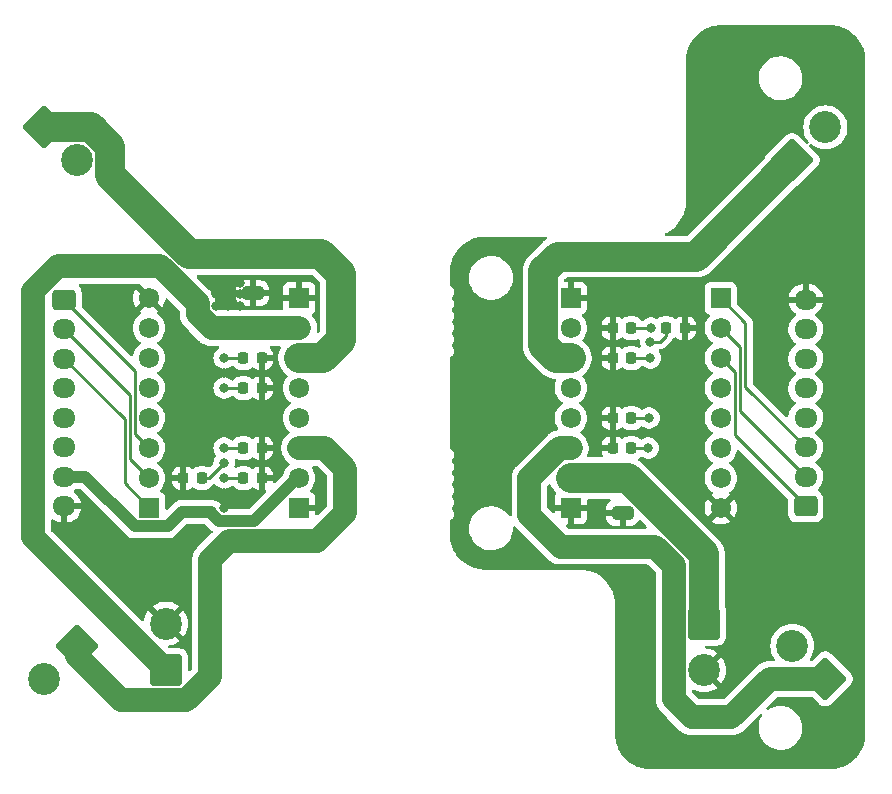
<source format=gbr>
%TF.GenerationSoftware,KiCad,Pcbnew,7.0.6*%
%TF.CreationDate,2023-12-17T00:49:34+09:00*%
%TF.ProjectId,MotorDriver_TB6612FNG_20230704,4d6f746f-7244-4726-9976-65725f544236,rev?*%
%TF.SameCoordinates,Original*%
%TF.FileFunction,Copper,L2,Bot*%
%TF.FilePolarity,Positive*%
%FSLAX46Y46*%
G04 Gerber Fmt 4.6, Leading zero omitted, Abs format (unit mm)*
G04 Created by KiCad (PCBNEW 7.0.6) date 2023-12-17 00:49:34*
%MOMM*%
%LPD*%
G01*
G04 APERTURE LIST*
G04 Aperture macros list*
%AMRoundRect*
0 Rectangle with rounded corners*
0 $1 Rounding radius*
0 $2 $3 $4 $5 $6 $7 $8 $9 X,Y pos of 4 corners*
0 Add a 4 corners polygon primitive as box body*
4,1,4,$2,$3,$4,$5,$6,$7,$8,$9,$2,$3,0*
0 Add four circle primitives for the rounded corners*
1,1,$1+$1,$2,$3*
1,1,$1+$1,$4,$5*
1,1,$1+$1,$6,$7*
1,1,$1+$1,$8,$9*
0 Add four rect primitives between the rounded corners*
20,1,$1+$1,$2,$3,$4,$5,0*
20,1,$1+$1,$4,$5,$6,$7,0*
20,1,$1+$1,$6,$7,$8,$9,0*
20,1,$1+$1,$8,$9,$2,$3,0*%
G04 Aperture macros list end*
%TA.AperFunction,ComponentPad*%
%ADD10RoundRect,0.250001X1.555634X0.000000X0.000000X1.555634X-1.555634X0.000000X0.000000X-1.555634X0*%
%TD*%
%TA.AperFunction,ComponentPad*%
%ADD11C,2.700000*%
%TD*%
%TA.AperFunction,ComponentPad*%
%ADD12R,1.720000X1.720000*%
%TD*%
%TA.AperFunction,ComponentPad*%
%ADD13C,1.720000*%
%TD*%
%TA.AperFunction,ComponentPad*%
%ADD14RoundRect,0.250001X0.000000X-1.555634X1.555634X0.000000X0.000000X1.555634X-1.555634X0.000000X0*%
%TD*%
%TA.AperFunction,ComponentPad*%
%ADD15RoundRect,0.250001X1.099999X-1.099999X1.099999X1.099999X-1.099999X1.099999X-1.099999X-1.099999X0*%
%TD*%
%TA.AperFunction,ComponentPad*%
%ADD16RoundRect,0.250000X-0.725000X0.600000X-0.725000X-0.600000X0.725000X-0.600000X0.725000X0.600000X0*%
%TD*%
%TA.AperFunction,ComponentPad*%
%ADD17O,1.950000X1.700000*%
%TD*%
%TA.AperFunction,ComponentPad*%
%ADD18RoundRect,0.250000X0.725000X-0.600000X0.725000X0.600000X-0.725000X0.600000X-0.725000X-0.600000X0*%
%TD*%
%TA.AperFunction,ComponentPad*%
%ADD19RoundRect,0.250001X-1.555634X0.000000X0.000000X-1.555634X1.555634X0.000000X0.000000X1.555634X0*%
%TD*%
%TA.AperFunction,ComponentPad*%
%ADD20RoundRect,0.250001X0.000000X1.555634X-1.555634X0.000000X0.000000X-1.555634X1.555634X0.000000X0*%
%TD*%
%TA.AperFunction,ComponentPad*%
%ADD21RoundRect,0.250001X-1.099999X1.099999X-1.099999X-1.099999X1.099999X-1.099999X1.099999X1.099999X0*%
%TD*%
%TA.AperFunction,SMDPad,CuDef*%
%ADD22RoundRect,0.218750X0.218750X0.256250X-0.218750X0.256250X-0.218750X-0.256250X0.218750X-0.256250X0*%
%TD*%
%TA.AperFunction,SMDPad,CuDef*%
%ADD23RoundRect,0.218750X-0.218750X-0.256250X0.218750X-0.256250X0.218750X0.256250X-0.218750X0.256250X0*%
%TD*%
%TA.AperFunction,SMDPad,CuDef*%
%ADD24RoundRect,0.250000X0.650000X-0.325000X0.650000X0.325000X-0.650000X0.325000X-0.650000X-0.325000X0*%
%TD*%
%TA.AperFunction,SMDPad,CuDef*%
%ADD25RoundRect,0.250000X-0.650000X0.325000X-0.650000X-0.325000X0.650000X-0.325000X0.650000X0.325000X0*%
%TD*%
%TA.AperFunction,ViaPad*%
%ADD26C,0.800000*%
%TD*%
%TA.AperFunction,Conductor*%
%ADD27C,2.500000*%
%TD*%
%TA.AperFunction,Conductor*%
%ADD28C,0.250000*%
%TD*%
%TA.AperFunction,Conductor*%
%ADD29C,2.000000*%
%TD*%
%TA.AperFunction,Conductor*%
%ADD30C,1.000000*%
%TD*%
G04 APERTURE END LIST*
D10*
%TO.P,J3,1,Pin_1*%
%TO.N,M2_OUT1*%
X137559423Y-122140720D03*
D11*
%TO.P,J3,2,Pin_2*%
%TO.N,M2_OUT2*%
X134759280Y-119340577D03*
%TD*%
D12*
%TO.P,U2,1,GND*%
%TO.N,GND*%
X93000000Y-107690000D03*
D13*
%TO.P,U2,2,VCC*%
%TO.N,LogicVin-2*%
X93000000Y-105150000D03*
%TO.P,U2,3,AO1*%
%TO.N,M3_OUT1*%
X93000000Y-102610000D03*
%TO.P,U2,4,AO2*%
%TO.N,M3_OUT2*%
X93000000Y-100070000D03*
%TO.P,U2,5,BO1*%
%TO.N,M4_OUT2*%
X93000000Y-97530000D03*
%TO.P,U2,6,BO2*%
%TO.N,M4_OUT1*%
X93000000Y-94990000D03*
%TO.P,U2,7,VMOT*%
%TO.N,MotorVin-2*%
X93000000Y-92450000D03*
D12*
%TO.P,U2,8,GND*%
%TO.N,GND*%
X93000000Y-89910000D03*
D13*
%TO.P,U2,9,GND*%
X80300000Y-89910000D03*
%TO.P,U2,10,PWMB*%
%TO.N,M4_PWM*%
X80300000Y-92450000D03*
%TO.P,U2,11,BIN2*%
%TO.N,M4_IN1*%
X80300000Y-94990000D03*
%TO.P,U2,12,BIN1*%
%TO.N,M4_IN2*%
X80300000Y-97530000D03*
%TO.P,U2,13,STBY*%
%TO.N,LogicVin-2*%
X80300000Y-100070000D03*
%TO.P,U2,14,AIN2*%
%TO.N,M3_IN1*%
X80300000Y-102610000D03*
%TO.P,U2,15,AIN1*%
%TO.N,M3_IN2*%
X80300000Y-105150000D03*
D12*
%TO.P,U2,16,PWMA*%
%TO.N,M3_PWM*%
X80300000Y-107690000D03*
%TD*%
D14*
%TO.P,J2,1,Pin_1*%
%TO.N,M1_OUT1*%
X134759280Y-78259423D03*
D11*
%TO.P,J2,2,Pin_2*%
%TO.N,M1_OUT2*%
X137559423Y-75459280D03*
%TD*%
D15*
%TO.P,J5,1,Pin_1*%
%TO.N,MotorVin-2*%
X81725000Y-121430000D03*
D11*
%TO.P,J5,2,Pin_2*%
%TO.N,GND*%
X81725000Y-117470000D03*
%TD*%
D16*
%TO.P,J8,1,Pin_1*%
%TO.N,M3_IN1*%
X73100000Y-90050000D03*
D17*
%TO.P,J8,2,Pin_2*%
%TO.N,M3_IN2*%
X73100000Y-92550000D03*
%TO.P,J8,3,Pin_3*%
%TO.N,M3_PWM*%
X73100000Y-95050000D03*
%TO.P,J8,4,Pin_4*%
%TO.N,M4_IN1*%
X73100000Y-97550000D03*
%TO.P,J8,5,Pin_5*%
%TO.N,M4_IN2*%
X73100000Y-100050000D03*
%TO.P,J8,6,Pin_6*%
%TO.N,M4_PWM*%
X73100000Y-102550000D03*
%TO.P,J8,7,Pin_7*%
%TO.N,LogicVin-2*%
X73100000Y-105050000D03*
%TO.P,J8,8,Pin_8*%
%TO.N,GND*%
X73100000Y-107550000D03*
%TD*%
D12*
%TO.P,U1,1,GND*%
%TO.N,GND*%
X116000000Y-89910000D03*
D13*
%TO.P,U1,2,VCC*%
%TO.N,LogicVin*%
X116000000Y-92450000D03*
%TO.P,U1,3,AO1*%
%TO.N,M1_OUT1*%
X116000000Y-94990000D03*
%TO.P,U1,4,AO2*%
%TO.N,M1_OUT2*%
X116000000Y-97530000D03*
%TO.P,U1,5,BO1*%
%TO.N,M2_OUT2*%
X116000000Y-100070000D03*
%TO.P,U1,6,BO2*%
%TO.N,M2_OUT1*%
X116000000Y-102610000D03*
%TO.P,U1,7,VMOT*%
%TO.N,MotorVin*%
X116000000Y-105150000D03*
D12*
%TO.P,U1,8,GND*%
%TO.N,GND*%
X116000000Y-107690000D03*
D13*
%TO.P,U1,9,GND*%
X128700000Y-107690000D03*
%TO.P,U1,10,PWMB*%
%TO.N,M2_PWM*%
X128700000Y-105150000D03*
%TO.P,U1,11,BIN2*%
%TO.N,M2_IN1*%
X128700000Y-102610000D03*
%TO.P,U1,12,BIN1*%
%TO.N,M2_IN2*%
X128700000Y-100070000D03*
%TO.P,U1,13,STBY*%
%TO.N,LogicVin*%
X128700000Y-97530000D03*
%TO.P,U1,14,AIN2*%
%TO.N,M1_IN1*%
X128700000Y-94990000D03*
%TO.P,U1,15,AIN1*%
%TO.N,M1_IN2*%
X128700000Y-92450000D03*
D12*
%TO.P,U1,16,PWMA*%
%TO.N,M1_PWM*%
X128700000Y-89910000D03*
%TD*%
D18*
%TO.P,J4,1,Pin_1*%
%TO.N,M1_IN1*%
X135900000Y-107550000D03*
D17*
%TO.P,J4,2,Pin_2*%
%TO.N,M1_IN2*%
X135900000Y-105050000D03*
%TO.P,J4,3,Pin_3*%
%TO.N,M1_PWM*%
X135900000Y-102550000D03*
%TO.P,J4,4,Pin_4*%
%TO.N,M2_IN1*%
X135900000Y-100050000D03*
%TO.P,J4,5,Pin_5*%
%TO.N,M2_IN2*%
X135900000Y-97550000D03*
%TO.P,J4,6,Pin_6*%
%TO.N,M2_PWM*%
X135900000Y-95050000D03*
%TO.P,J4,7,Pin_7*%
%TO.N,LogicVin*%
X135900000Y-92550000D03*
%TO.P,J4,8,Pin_8*%
%TO.N,GND*%
X135900000Y-90050000D03*
%TD*%
D19*
%TO.P,J7,1,Pin_1*%
%TO.N,M4_OUT1*%
X71390577Y-75459280D03*
D11*
%TO.P,J7,2,Pin_2*%
%TO.N,M4_OUT2*%
X74190720Y-78259423D03*
%TD*%
D20*
%TO.P,J6,1,Pin_1*%
%TO.N,M3_OUT1*%
X74190720Y-119340577D03*
D11*
%TO.P,J6,2,Pin_2*%
%TO.N,M3_OUT2*%
X71390577Y-122140720D03*
%TD*%
D21*
%TO.P,J1,1,Pin_1*%
%TO.N,MotorVin*%
X127275000Y-117470000D03*
D11*
%TO.P,J1,2,Pin_2*%
%TO.N,GND*%
X127275000Y-121430000D03*
%TD*%
D22*
%TO.P,D10,1,K*%
%TO.N,GND*%
X89850500Y-97530000D03*
%TO.P,D10,2,A*%
%TO.N,Net-(D10-A)*%
X88275500Y-97530000D03*
%TD*%
%TO.P,D9,1,K*%
%TO.N,GND*%
X89850500Y-94990000D03*
%TO.P,D9,2,A*%
%TO.N,Net-(D9-A)*%
X88275500Y-94990000D03*
%TD*%
D23*
%TO.P,D4,1,K*%
%TO.N,GND*%
X119562500Y-102610000D03*
%TO.P,D4,2,A*%
%TO.N,Net-(D4-A)*%
X121137500Y-102610000D03*
%TD*%
D24*
%TO.P,C2,1*%
%TO.N,MotorVin-2*%
X89063000Y-92450000D03*
%TO.P,C2,2*%
%TO.N,GND*%
X89063000Y-89500000D03*
%TD*%
D23*
%TO.P,D2,1,K*%
%TO.N,GND*%
X119562500Y-94990000D03*
%TO.P,D2,2,A*%
%TO.N,Net-(D2-A)*%
X121137500Y-94990000D03*
%TD*%
D22*
%TO.P,D8,1,K*%
%TO.N,GND*%
X89850500Y-105150000D03*
%TO.P,D8,2,A*%
%TO.N,Net-(D8-A)*%
X88275500Y-105150000D03*
%TD*%
D23*
%TO.P,D5,1,K*%
%TO.N,GND*%
X119562500Y-100070000D03*
%TO.P,D5,2,A*%
%TO.N,Net-(D5-A)*%
X121137500Y-100070000D03*
%TD*%
%TO.P,D3,1,K*%
%TO.N,GND*%
X119562500Y-92450000D03*
%TO.P,D3,2,A*%
%TO.N,Net-(D3-A)*%
X121137500Y-92450000D03*
%TD*%
D25*
%TO.P,C1,1*%
%TO.N,MotorVin*%
X120390000Y-105150000D03*
%TO.P,C1,2*%
%TO.N,GND*%
X120390000Y-108100000D03*
%TD*%
D23*
%TO.P,D6,1,K*%
%TO.N,GND*%
X83195500Y-105150000D03*
%TO.P,D6,2,A*%
%TO.N,Net-(D6-A)*%
X84770500Y-105150000D03*
%TD*%
D22*
%TO.P,D1,1,K*%
%TO.N,GND*%
X125637500Y-92450000D03*
%TO.P,D1,2,A*%
%TO.N,Net-(D1-A)*%
X124062500Y-92450000D03*
%TD*%
%TO.P,D7,1,K*%
%TO.N,GND*%
X89850500Y-102610000D03*
%TO.P,D7,2,A*%
%TO.N,Net-(D7-A)*%
X88275500Y-102610000D03*
%TD*%
D26*
%TO.N,GND*%
X87000000Y-89600000D03*
X86000000Y-89600000D03*
X87000000Y-90600000D03*
X86650000Y-107650000D03*
X86650000Y-106400000D03*
X86650000Y-96260000D03*
X88000000Y-89600000D03*
X86000000Y-90600000D03*
X88000000Y-90600000D03*
X87000000Y-88600000D03*
X86000000Y-88600000D03*
X88000000Y-88600000D03*
%TO.N,Net-(D1-A)*%
X122750000Y-93600000D03*
%TO.N,Net-(D2-A)*%
X122740000Y-94990000D03*
%TO.N,Net-(D3-A)*%
X122800000Y-92450000D03*
%TO.N,Net-(D4-A)*%
X122560000Y-102610000D03*
%TO.N,Net-(D5-A)*%
X122620000Y-100070000D03*
%TO.N,Net-(D6-A)*%
X86650000Y-103880000D03*
%TO.N,MotorVin-2*%
X86500000Y-92450000D03*
%TO.N,Net-(D7-A)*%
X86650000Y-102610000D03*
%TO.N,Net-(D8-A)*%
X86650000Y-105150000D03*
%TO.N,Net-(D9-A)*%
X86650000Y-94990000D03*
%TO.N,Net-(D10-A)*%
X86650000Y-97530000D03*
%TD*%
D27*
%TO.N,MotorVin*%
X116000000Y-105150000D02*
X120390000Y-105150000D01*
X127275000Y-117470000D02*
X127275000Y-111605837D01*
X120819163Y-105150000D02*
X120390000Y-105150000D01*
X127275000Y-111605837D02*
X120819163Y-105150000D01*
D28*
%TO.N,Net-(D1-A)*%
X124025000Y-92450000D02*
X124025000Y-93125000D01*
X123550000Y-93600000D02*
X122750000Y-93600000D01*
X124025000Y-93125000D02*
X123550000Y-93600000D01*
%TO.N,Net-(D2-A)*%
X122740000Y-94990000D02*
X121175000Y-94990000D01*
%TO.N,Net-(D3-A)*%
X122800000Y-92450000D02*
X121175000Y-92450000D01*
%TO.N,Net-(D4-A)*%
X122560000Y-102610000D02*
X121175000Y-102610000D01*
%TO.N,Net-(D5-A)*%
X122620000Y-100070000D02*
X121175000Y-100070000D01*
D27*
%TO.N,M1_OUT1*%
X126618703Y-86400000D02*
X134759280Y-78259423D01*
X114890000Y-86400000D02*
X113690000Y-87600000D01*
X113690000Y-87600000D02*
X113690000Y-93896223D01*
X126618703Y-86400000D02*
X114890000Y-86400000D01*
X114783777Y-94990000D02*
X113690000Y-93896223D01*
X116000000Y-94990000D02*
X114783777Y-94990000D01*
D29*
%TO.N,M2_OUT1*%
X124725000Y-123875000D02*
X126250000Y-125400000D01*
X123154339Y-110950000D02*
X124725000Y-112520661D01*
X115140000Y-110950000D02*
X123154339Y-110950000D01*
X115075177Y-102610000D02*
X112500000Y-105185177D01*
X116000000Y-102610000D02*
X115075177Y-102610000D01*
X126250000Y-125400000D02*
X129600000Y-125400000D01*
X112500000Y-105185177D02*
X112500000Y-108310000D01*
X129600000Y-125400000D02*
X132859280Y-122140720D01*
X132859280Y-122140720D02*
X137559423Y-122140720D01*
X124725000Y-112520661D02*
X124725000Y-123875000D01*
X112500000Y-108310000D02*
X115140000Y-110950000D01*
D28*
%TO.N,M1_IN1*%
X129884511Y-101534511D02*
X135900000Y-107550000D01*
X128700000Y-94990000D02*
X129884511Y-96174511D01*
X129884511Y-96174511D02*
X129884511Y-101534511D01*
%TO.N,M1_IN2*%
X130334031Y-94084031D02*
X128700000Y-92450000D01*
X130334031Y-99484031D02*
X130334031Y-94084031D01*
X135900000Y-105050000D02*
X130334031Y-99484031D01*
%TO.N,M1_PWM*%
X130783551Y-91993551D02*
X128700000Y-89910000D01*
X130783551Y-97433551D02*
X130783551Y-91993551D01*
X135900000Y-102550000D02*
X130783551Y-97433551D01*
%TO.N,Net-(D6-A)*%
X85380000Y-105150000D02*
X86650000Y-103880000D01*
X84808000Y-105150000D02*
X85380000Y-105150000D01*
D29*
%TO.N,MotorVin-2*%
X93000000Y-92450000D02*
X89063000Y-92450000D01*
X81250000Y-87200000D02*
X72574390Y-87200000D01*
X85587258Y-92450000D02*
X84400000Y-91262742D01*
X84400000Y-90350000D02*
X81250000Y-87200000D01*
X70475000Y-110180000D02*
X81725000Y-121430000D01*
X70475000Y-89299390D02*
X70475000Y-110180000D01*
X89063000Y-92450000D02*
X86500000Y-92450000D01*
X84400000Y-91262742D02*
X84400000Y-90350000D01*
X86500000Y-92450000D02*
X85587258Y-92450000D01*
X72574390Y-87200000D02*
X70475000Y-89299390D01*
D28*
%TO.N,Net-(D7-A)*%
X86650000Y-102610000D02*
X88238000Y-102610000D01*
%TO.N,Net-(D8-A)*%
X86650000Y-105150000D02*
X88238000Y-105150000D01*
%TO.N,Net-(D9-A)*%
X86650000Y-94990000D02*
X88238000Y-94990000D01*
%TO.N,Net-(D10-A)*%
X86650000Y-97530000D02*
X88238000Y-97530000D01*
D29*
%TO.N,M3_OUT1*%
X74190720Y-120241329D02*
X77929391Y-123980000D01*
X85450000Y-112099511D02*
X87099511Y-110450000D01*
X85450000Y-121955609D02*
X85450000Y-112099511D01*
X77929391Y-123980000D02*
X83425609Y-123980000D01*
X95160000Y-102610000D02*
X93000000Y-102610000D01*
X96900000Y-104350000D02*
X95160000Y-102610000D01*
X87099511Y-110450000D02*
X94550000Y-110450000D01*
X74190720Y-119340577D02*
X74190720Y-120241329D01*
X94550000Y-110450000D02*
X96900000Y-108100000D01*
X83425609Y-123980000D02*
X85450000Y-121955609D01*
X96900000Y-108100000D02*
X96900000Y-104350000D01*
D27*
%TO.N,M4_OUT1*%
X71390577Y-75459280D02*
X75350375Y-75459280D01*
X76990720Y-79475897D02*
X83714823Y-86200000D01*
X96550000Y-87900000D02*
X96550000Y-93450000D01*
X83714823Y-86200000D02*
X94850000Y-86200000D01*
X76990720Y-77099625D02*
X76990720Y-79475897D01*
X94850000Y-86200000D02*
X96550000Y-87900000D01*
X96550000Y-93450000D02*
X95010000Y-94990000D01*
X75350375Y-75459280D02*
X76990720Y-77099625D01*
X95010000Y-94990000D02*
X93000000Y-94990000D01*
D28*
%TO.N,M3_IN1*%
X79115489Y-101425489D02*
X79115489Y-96065489D01*
X79115489Y-96065489D02*
X73100000Y-90050000D01*
X80300000Y-102610000D02*
X79115489Y-101425489D01*
%TO.N,M3_IN2*%
X73100000Y-92550000D02*
X78665969Y-98115969D01*
X78665969Y-103515969D02*
X80300000Y-105150000D01*
X78665969Y-98115969D02*
X78665969Y-103515969D01*
%TO.N,M3_PWM*%
X80300000Y-107690000D02*
X78216449Y-105606449D01*
X78216449Y-105606449D02*
X78216449Y-100166449D01*
X78216449Y-100166449D02*
X73100000Y-95050000D01*
D30*
%TO.N,LogicVin-2*%
X83110000Y-108000000D02*
X85550000Y-108000000D01*
X92800000Y-105150000D02*
X93000000Y-105150000D01*
X81860000Y-109250000D02*
X83110000Y-108000000D01*
X85550000Y-108000000D02*
X85550000Y-108105635D01*
X85550000Y-108105635D02*
X86194365Y-108750000D01*
X79100000Y-109250000D02*
X81860000Y-109250000D01*
X89200000Y-108750000D02*
X92800000Y-105150000D01*
X74900000Y-105050000D02*
X79100000Y-109250000D01*
X73100000Y-105050000D02*
X74900000Y-105050000D01*
X86194365Y-108750000D02*
X89200000Y-108750000D01*
%TD*%
%TA.AperFunction,Conductor*%
%TO.N,GND*%
G36*
X74498197Y-106078502D02*
G01*
X74519171Y-106095405D01*
X78349657Y-109925891D01*
X78353801Y-109930463D01*
X78383432Y-109966568D01*
X78536996Y-110092595D01*
X78712196Y-110186241D01*
X78756442Y-110199662D01*
X78902299Y-110243909D01*
X78902305Y-110243909D01*
X78902307Y-110243910D01*
X79099996Y-110263380D01*
X79100000Y-110263380D01*
X79100003Y-110263380D01*
X79146465Y-110258804D01*
X79152644Y-110258500D01*
X81807356Y-110258500D01*
X81813535Y-110258804D01*
X81859997Y-110263380D01*
X81860000Y-110263380D01*
X81860004Y-110263380D01*
X82057692Y-110243910D01*
X82057693Y-110243909D01*
X82057701Y-110243909D01*
X82247804Y-110186241D01*
X82361115Y-110125675D01*
X82423004Y-110092595D01*
X82576568Y-109966568D01*
X82606206Y-109930451D01*
X82610331Y-109925901D01*
X83490829Y-109045404D01*
X83553142Y-109011379D01*
X83579925Y-109008500D01*
X84974441Y-109008500D01*
X85042562Y-109028502D01*
X85063535Y-109045404D01*
X85444024Y-109425893D01*
X85448169Y-109430466D01*
X85477797Y-109466568D01*
X85629470Y-109591043D01*
X85669438Y-109649720D01*
X85671339Y-109720691D01*
X85638631Y-109777537D01*
X84394059Y-111022108D01*
X84317201Y-111095932D01*
X84272575Y-111155317D01*
X84270199Y-111158287D01*
X84222054Y-111214890D01*
X84200018Y-111251340D01*
X84196469Y-111256594D01*
X84170883Y-111290645D01*
X84170882Y-111290647D01*
X84136365Y-111356411D01*
X84134496Y-111359724D01*
X84096052Y-111423319D01*
X84096051Y-111423320D01*
X84080146Y-111462842D01*
X84077485Y-111468600D01*
X84057697Y-111506303D01*
X84057696Y-111506306D01*
X84034168Y-111576776D01*
X84032855Y-111580347D01*
X84005121Y-111649257D01*
X84005117Y-111649272D01*
X83995757Y-111690824D01*
X83994054Y-111696932D01*
X83980568Y-111737330D01*
X83980567Y-111737334D01*
X83968652Y-111810656D01*
X83967928Y-111814393D01*
X83951605Y-111886867D01*
X83949032Y-111929393D01*
X83948331Y-111935697D01*
X83941501Y-111977721D01*
X83941500Y-111977737D01*
X83941500Y-112052010D01*
X83941385Y-112055815D01*
X83936897Y-112129982D01*
X83941181Y-112172376D01*
X83941500Y-112178713D01*
X83941500Y-121278577D01*
X83921498Y-121346698D01*
X83904595Y-121367672D01*
X83798595Y-121473672D01*
X83736283Y-121507698D01*
X83665468Y-121502633D01*
X83608632Y-121460086D01*
X83583821Y-121393566D01*
X83583500Y-121384577D01*
X83583500Y-120279447D01*
X83572887Y-120175578D01*
X83572887Y-120175575D01*
X83517115Y-120007262D01*
X83424030Y-119856349D01*
X83424029Y-119856348D01*
X83424024Y-119856342D01*
X83298657Y-119730975D01*
X83298651Y-119730970D01*
X83147738Y-119637885D01*
X82979425Y-119582113D01*
X82979423Y-119582112D01*
X82979421Y-119582112D01*
X82875552Y-119571500D01*
X82875544Y-119571500D01*
X82052032Y-119571500D01*
X81983911Y-119551498D01*
X81962937Y-119534595D01*
X81949598Y-119521256D01*
X81915572Y-119458944D01*
X81920637Y-119388129D01*
X81963184Y-119331293D01*
X82011910Y-119309040D01*
X82249793Y-119257292D01*
X82498814Y-119164412D01*
X82732076Y-119037042D01*
X82846885Y-118951095D01*
X82846886Y-118951095D01*
X82120077Y-118224286D01*
X82242431Y-118150669D01*
X82376658Y-118023523D01*
X82480413Y-117870495D01*
X82481635Y-117867426D01*
X83206095Y-118591886D01*
X83206095Y-118591885D01*
X83292042Y-118477076D01*
X83419412Y-118243814D01*
X83512292Y-117994793D01*
X83568786Y-117735092D01*
X83587745Y-117470000D01*
X83568786Y-117204907D01*
X83512292Y-116945206D01*
X83419412Y-116696185D01*
X83292039Y-116462919D01*
X83206096Y-116348113D01*
X83206095Y-116348112D01*
X82478192Y-117076015D01*
X82432684Y-116990178D01*
X82312991Y-116849265D01*
X82165805Y-116737377D01*
X82119729Y-116716060D01*
X82846886Y-115988903D01*
X82732076Y-115902958D01*
X82498814Y-115775587D01*
X82249793Y-115682707D01*
X81990092Y-115626213D01*
X81724999Y-115607254D01*
X81459907Y-115626213D01*
X81200206Y-115682707D01*
X80951185Y-115775587D01*
X80717924Y-115902957D01*
X80603113Y-115988902D01*
X80603112Y-115988903D01*
X81329922Y-116715713D01*
X81207569Y-116789331D01*
X81073342Y-116916477D01*
X80969587Y-117069505D01*
X80968364Y-117072573D01*
X80243903Y-116348112D01*
X80243902Y-116348113D01*
X80157957Y-116462924D01*
X80030587Y-116696185D01*
X79937706Y-116945211D01*
X79885958Y-117183090D01*
X79851933Y-117245402D01*
X79789621Y-117279427D01*
X79718805Y-117274362D01*
X79673743Y-117245401D01*
X72020405Y-109592063D01*
X71986379Y-109529751D01*
X71983500Y-109502968D01*
X71983500Y-108758524D01*
X72003502Y-108690403D01*
X72057158Y-108643910D01*
X72127432Y-108633806D01*
X72188657Y-108660492D01*
X72211804Y-108679182D01*
X72413617Y-108791922D01*
X72631570Y-108868931D01*
X72846000Y-108905698D01*
X72846000Y-107956191D01*
X72964801Y-108010446D01*
X73066025Y-108025000D01*
X73133975Y-108025000D01*
X73235199Y-108010446D01*
X73354000Y-107956191D01*
X73354000Y-108901930D01*
X73455331Y-108893305D01*
X73455338Y-108893304D01*
X73679033Y-108835059D01*
X73889678Y-108739842D01*
X73889684Y-108739839D01*
X74081205Y-108610393D01*
X74081213Y-108610387D01*
X74248096Y-108450443D01*
X74248102Y-108450435D01*
X74385556Y-108264586D01*
X74489630Y-108058165D01*
X74557320Y-107837135D01*
X74561563Y-107804000D01*
X73501398Y-107804000D01*
X73536519Y-107749351D01*
X73575000Y-107618295D01*
X73575000Y-107481705D01*
X73536519Y-107350649D01*
X73501398Y-107296000D01*
X74559439Y-107296000D01*
X74528168Y-107150906D01*
X74441977Y-106936412D01*
X74320772Y-106739564D01*
X74168048Y-106566038D01*
X74168045Y-106566035D01*
X73988197Y-106420817D01*
X73988192Y-106420814D01*
X73966801Y-106408864D01*
X73917087Y-106358179D01*
X73902667Y-106288662D01*
X73928120Y-106222385D01*
X73957690Y-106194479D01*
X74081523Y-106110783D01*
X74099521Y-106093532D01*
X74162541Y-106060839D01*
X74186705Y-106058500D01*
X74430076Y-106058500D01*
X74498197Y-106078502D01*
G37*
%TD.AperFunction*%
%TA.AperFunction,Conductor*%
G36*
X94551090Y-104138502D02*
G01*
X94572064Y-104155405D01*
X95354595Y-104937936D01*
X95388621Y-105000248D01*
X95391500Y-105027031D01*
X95391500Y-107422968D01*
X95371498Y-107491089D01*
X95354595Y-107512063D01*
X94583095Y-108283563D01*
X94520783Y-108317589D01*
X94449968Y-108312524D01*
X94393132Y-108269977D01*
X94368321Y-108203457D01*
X94368000Y-108194468D01*
X94368000Y-107944000D01*
X93443001Y-107944000D01*
X93468682Y-107904040D01*
X93510000Y-107763327D01*
X93510000Y-107616673D01*
X93468682Y-107475960D01*
X93443001Y-107436000D01*
X94368000Y-107436000D01*
X94368000Y-106781414D01*
X94367999Y-106781402D01*
X94361494Y-106720906D01*
X94310444Y-106584035D01*
X94310444Y-106584034D01*
X94222904Y-106467095D01*
X94105966Y-106379556D01*
X94000354Y-106340165D01*
X93943519Y-106297618D01*
X93918708Y-106231098D01*
X93933800Y-106161723D01*
X93951686Y-106136772D01*
X94083640Y-105993431D01*
X94107314Y-105957195D01*
X94207685Y-105803566D01*
X94298787Y-105595874D01*
X94354461Y-105376020D01*
X94373190Y-105150000D01*
X94354461Y-104923980D01*
X94317166Y-104776703D01*
X94298788Y-104704129D01*
X94298785Y-104704122D01*
X94207685Y-104496434D01*
X94088113Y-104313415D01*
X94067600Y-104245447D01*
X94087089Y-104177178D01*
X94140394Y-104130283D01*
X94193596Y-104118500D01*
X94482969Y-104118500D01*
X94551090Y-104138502D01*
G37*
%TD.AperFunction*%
%TA.AperFunction,Conductor*%
G36*
X81876686Y-89960028D02*
G01*
X82854594Y-90937936D01*
X82888620Y-91000248D01*
X82891499Y-91027030D01*
X82891500Y-91247531D01*
X82889352Y-91354117D01*
X82889352Y-91354118D01*
X82899791Y-91427673D01*
X82900211Y-91431456D01*
X82906189Y-91505506D01*
X82906189Y-91505508D01*
X82916384Y-91546871D01*
X82917590Y-91553098D01*
X82923574Y-91595260D01*
X82923575Y-91595263D01*
X82923575Y-91595266D01*
X82945669Y-91666169D01*
X82946691Y-91669834D01*
X82964478Y-91741993D01*
X82981172Y-91781175D01*
X82983362Y-91787130D01*
X82996032Y-91827790D01*
X83029221Y-91894244D01*
X83030817Y-91897698D01*
X83059943Y-91966056D01*
X83082710Y-92002061D01*
X83085826Y-92007586D01*
X83097758Y-92031476D01*
X83104854Y-92045685D01*
X83141937Y-92097160D01*
X83148276Y-92105958D01*
X83150407Y-92109113D01*
X83190117Y-92171910D01*
X83218363Y-92203794D01*
X83222324Y-92208747D01*
X83233293Y-92223972D01*
X83247219Y-92243302D01*
X83299746Y-92295829D01*
X83302339Y-92298583D01*
X83351625Y-92354216D01*
X83351627Y-92354218D01*
X83384627Y-92381161D01*
X83389323Y-92385406D01*
X83673330Y-92669413D01*
X84509831Y-93505915D01*
X84537119Y-93534324D01*
X84583683Y-93582802D01*
X84643078Y-93627434D01*
X84646032Y-93629796D01*
X84702637Y-93677946D01*
X84739091Y-93699983D01*
X84744337Y-93703525D01*
X84778393Y-93729117D01*
X84844182Y-93763645D01*
X84847460Y-93765494D01*
X84911069Y-93803947D01*
X84929460Y-93811349D01*
X84950582Y-93819850D01*
X84956341Y-93822512D01*
X84994053Y-93842304D01*
X85064524Y-93865830D01*
X85068086Y-93867140D01*
X85137015Y-93894882D01*
X85178577Y-93904242D01*
X85184671Y-93905941D01*
X85225076Y-93919431D01*
X85296883Y-93931099D01*
X85298410Y-93931348D01*
X85302137Y-93932069D01*
X85374620Y-93948395D01*
X85417150Y-93950967D01*
X85423426Y-93951665D01*
X85465479Y-93958500D01*
X85539768Y-93958500D01*
X85543571Y-93958614D01*
X85546945Y-93958819D01*
X85617729Y-93963101D01*
X85617730Y-93963100D01*
X85617733Y-93963101D01*
X85660115Y-93958818D01*
X85666451Y-93958500D01*
X86140371Y-93958500D01*
X86208492Y-93978502D01*
X86254985Y-94032158D01*
X86265089Y-94102432D01*
X86235595Y-94167012D01*
X86198395Y-94194585D01*
X86198969Y-94195579D01*
X86193248Y-94198882D01*
X86038744Y-94311135D01*
X85910965Y-94453048D01*
X85910958Y-94453058D01*
X85815476Y-94618438D01*
X85815473Y-94618445D01*
X85756457Y-94800072D01*
X85736496Y-94989999D01*
X85756457Y-95179927D01*
X85765415Y-95207496D01*
X85815473Y-95361556D01*
X85815476Y-95361561D01*
X85910958Y-95526941D01*
X85910965Y-95526951D01*
X86038744Y-95668864D01*
X86038747Y-95668866D01*
X86193248Y-95781118D01*
X86367712Y-95858794D01*
X86554513Y-95898500D01*
X86745487Y-95898500D01*
X86932288Y-95858794D01*
X87106752Y-95781118D01*
X87261253Y-95668866D01*
X87264562Y-95665190D01*
X87325009Y-95627950D01*
X87358200Y-95623500D01*
X87364653Y-95623500D01*
X87432774Y-95643502D01*
X87471894Y-95683354D01*
X87482398Y-95700384D01*
X87482405Y-95700393D01*
X87602606Y-95820594D01*
X87602612Y-95820599D01*
X87602613Y-95820600D01*
X87747308Y-95909849D01*
X87908686Y-95963324D01*
X88008289Y-95973500D01*
X88542710Y-95973499D01*
X88642314Y-95963324D01*
X88803692Y-95909849D01*
X88948387Y-95820600D01*
X88974259Y-95794727D01*
X89036566Y-95760703D01*
X89107382Y-95765766D01*
X89152448Y-95794728D01*
X89177919Y-95820199D01*
X89177925Y-95820204D01*
X89322520Y-95909392D01*
X89483787Y-95962830D01*
X89583327Y-95972999D01*
X89596500Y-95972998D01*
X89596500Y-95244000D01*
X90104500Y-95244000D01*
X90104500Y-95972999D01*
X90117673Y-95972999D01*
X90217208Y-95962831D01*
X90378478Y-95909392D01*
X90523074Y-95820204D01*
X90523080Y-95820199D01*
X90643199Y-95700080D01*
X90643204Y-95700074D01*
X90732392Y-95555479D01*
X90785830Y-95394210D01*
X90785831Y-95394206D01*
X90795999Y-95294681D01*
X90796000Y-95294681D01*
X90796000Y-95244000D01*
X90104500Y-95244000D01*
X89596500Y-95244000D01*
X89596500Y-94862000D01*
X89616502Y-94793879D01*
X89670158Y-94747386D01*
X89722500Y-94736000D01*
X90795999Y-94736000D01*
X90795999Y-94685326D01*
X90785831Y-94585791D01*
X90732392Y-94424521D01*
X90643204Y-94279925D01*
X90643199Y-94279919D01*
X90536875Y-94173595D01*
X90502849Y-94111283D01*
X90507914Y-94040468D01*
X90550461Y-93983632D01*
X90616981Y-93958821D01*
X90625970Y-93958500D01*
X91344429Y-93958500D01*
X91412550Y-93978502D01*
X91459043Y-94032158D01*
X91469147Y-94102432D01*
X91457952Y-94139164D01*
X91409078Y-94240654D01*
X91358469Y-94345742D01*
X91358464Y-94345754D01*
X91280784Y-94597589D01*
X91280782Y-94597598D01*
X91280782Y-94597600D01*
X91241500Y-94858219D01*
X91241500Y-95121781D01*
X91277641Y-95361561D01*
X91280782Y-95382398D01*
X91280784Y-95382410D01*
X91358464Y-95634245D01*
X91358469Y-95634257D01*
X91373366Y-95665190D01*
X91472824Y-95871715D01*
X91472825Y-95871716D01*
X91472829Y-95871724D01*
X91621289Y-96089474D01*
X91621294Y-96089481D01*
X91800562Y-96282686D01*
X91975989Y-96422584D01*
X92016777Y-96480695D01*
X92019672Y-96551633D01*
X91990131Y-96606432D01*
X91916357Y-96686572D01*
X91792314Y-96876434D01*
X91701214Y-97084122D01*
X91701211Y-97084129D01*
X91645540Y-97303972D01*
X91645539Y-97303978D01*
X91645539Y-97303980D01*
X91626810Y-97530000D01*
X91642548Y-97719928D01*
X91645540Y-97756027D01*
X91701211Y-97975870D01*
X91701214Y-97975877D01*
X91792314Y-98183565D01*
X91916359Y-98373431D01*
X92069957Y-98540283D01*
X92069962Y-98540287D01*
X92069964Y-98540289D01*
X92248936Y-98679589D01*
X92248938Y-98679590D01*
X92248941Y-98679592D01*
X92266671Y-98689187D01*
X92317061Y-98739200D01*
X92332413Y-98808517D01*
X92307852Y-98875130D01*
X92266671Y-98910813D01*
X92248941Y-98920407D01*
X92248935Y-98920411D01*
X92069957Y-99059716D01*
X91916359Y-99226568D01*
X91792314Y-99416434D01*
X91701214Y-99624122D01*
X91701211Y-99624129D01*
X91645540Y-99843972D01*
X91626810Y-100069999D01*
X91645540Y-100296027D01*
X91701211Y-100515870D01*
X91701214Y-100515877D01*
X91792314Y-100723565D01*
X91916359Y-100913431D01*
X92069957Y-101080283D01*
X92069962Y-101080287D01*
X92069964Y-101080289D01*
X92164564Y-101153919D01*
X92206035Y-101211545D01*
X92209768Y-101282443D01*
X92174579Y-101344105D01*
X92154517Y-101359844D01*
X92090827Y-101400119D01*
X92090823Y-101400122D01*
X91908531Y-101561619D01*
X91908522Y-101561629D01*
X91754493Y-101750281D01*
X91632715Y-101961205D01*
X91632712Y-101961210D01*
X91546345Y-102188939D01*
X91546344Y-102188941D01*
X91546344Y-102188943D01*
X91536240Y-102238438D01*
X91497626Y-102427579D01*
X91487819Y-102670937D01*
X91487819Y-102670944D01*
X91517177Y-102912721D01*
X91517177Y-102912722D01*
X91584936Y-103146655D01*
X91584940Y-103146666D01*
X91689348Y-103366701D01*
X91827645Y-103567059D01*
X91827707Y-103567148D01*
X91864217Y-103605159D01*
X91994000Y-103740278D01*
X91996425Y-103742802D01*
X92161589Y-103866915D01*
X92204031Y-103923826D01*
X92208966Y-103994651D01*
X92174827Y-104056901D01*
X92163286Y-104067074D01*
X92069963Y-104139710D01*
X92069958Y-104139715D01*
X91916359Y-104306568D01*
X91792314Y-104496434D01*
X91701214Y-104704122D01*
X91701212Y-104704127D01*
X91669569Y-104829081D01*
X91636520Y-104887244D01*
X91011094Y-105512670D01*
X90948783Y-105546695D01*
X90877968Y-105541631D01*
X90821132Y-105499084D01*
X90796321Y-105432564D01*
X90796000Y-105423575D01*
X90796000Y-105404000D01*
X90104500Y-105404000D01*
X90104500Y-106133000D01*
X90111948Y-106140448D01*
X90154698Y-106153001D01*
X90201191Y-106206657D01*
X90211295Y-106276931D01*
X90181801Y-106341511D01*
X90175672Y-106348094D01*
X88819171Y-107704595D01*
X88756859Y-107738621D01*
X88730076Y-107741500D01*
X86664289Y-107741500D01*
X86596168Y-107721498D01*
X86575194Y-107704595D01*
X86503415Y-107632816D01*
X86481388Y-107603117D01*
X86427790Y-107502842D01*
X86392595Y-107436996D01*
X86266568Y-107283432D01*
X86113004Y-107157405D01*
X85937804Y-107063759D01*
X85747701Y-107006092D01*
X85747700Y-107006091D01*
X85747694Y-107006090D01*
X85599547Y-106991500D01*
X85550002Y-106986620D01*
X85549998Y-106986620D01*
X85503539Y-106991196D01*
X85497359Y-106991500D01*
X83162644Y-106991500D01*
X83156465Y-106991196D01*
X83110003Y-106986620D01*
X83109996Y-106986620D01*
X82912307Y-107006089D01*
X82912298Y-107006091D01*
X82878350Y-107016389D01*
X82766442Y-107050337D01*
X82732493Y-107060635D01*
X82722195Y-107063759D01*
X82546995Y-107157405D01*
X82393430Y-107283432D01*
X82363809Y-107319526D01*
X82359655Y-107324109D01*
X81883596Y-107800169D01*
X81821283Y-107834194D01*
X81750468Y-107829130D01*
X81693632Y-107786583D01*
X81668821Y-107720063D01*
X81668500Y-107711074D01*
X81668500Y-106781367D01*
X81668499Y-106781350D01*
X81661990Y-106720803D01*
X81661988Y-106720795D01*
X81632924Y-106642875D01*
X81610889Y-106583796D01*
X81610888Y-106583794D01*
X81610887Y-106583792D01*
X81523261Y-106466738D01*
X81406207Y-106379112D01*
X81406202Y-106379110D01*
X81300719Y-106339766D01*
X81243883Y-106297219D01*
X81219073Y-106230699D01*
X81234165Y-106161325D01*
X81252046Y-106136379D01*
X81383640Y-105993431D01*
X81507685Y-105803566D01*
X81598787Y-105595874D01*
X81647376Y-105404000D01*
X82250001Y-105404000D01*
X82250001Y-105454673D01*
X82260168Y-105554208D01*
X82313607Y-105715478D01*
X82402795Y-105860074D01*
X82402800Y-105860080D01*
X82522919Y-105980199D01*
X82522925Y-105980204D01*
X82667520Y-106069392D01*
X82828787Y-106122830D01*
X82928327Y-106132999D01*
X83449500Y-106132999D01*
X83462673Y-106132999D01*
X83562208Y-106122831D01*
X83723478Y-106069392D01*
X83868074Y-105980204D01*
X83893549Y-105954729D01*
X83955861Y-105920703D01*
X84026677Y-105925767D01*
X84071740Y-105954727D01*
X84097613Y-105980600D01*
X84242308Y-106069849D01*
X84403686Y-106123324D01*
X84503289Y-106133500D01*
X85037710Y-106133499D01*
X85137314Y-106123324D01*
X85298692Y-106069849D01*
X85443387Y-105980600D01*
X85563600Y-105860387D01*
X85624664Y-105761385D01*
X85677448Y-105713908D01*
X85685517Y-105710383D01*
X85687617Y-105709552D01*
X85725796Y-105681811D01*
X85730734Y-105678567D01*
X85754652Y-105664423D01*
X85823467Y-105646966D01*
X85890798Y-105669484D01*
X85912419Y-105688565D01*
X86038747Y-105828866D01*
X86193248Y-105941118D01*
X86367712Y-106018794D01*
X86554513Y-106058500D01*
X86745487Y-106058500D01*
X86932288Y-106018794D01*
X87106752Y-105941118D01*
X87261253Y-105828866D01*
X87264562Y-105825190D01*
X87325009Y-105787950D01*
X87358200Y-105783500D01*
X87364653Y-105783500D01*
X87432774Y-105803502D01*
X87471894Y-105843354D01*
X87482398Y-105860384D01*
X87482405Y-105860393D01*
X87602606Y-105980594D01*
X87602612Y-105980599D01*
X87602613Y-105980600D01*
X87747308Y-106069849D01*
X87908686Y-106123324D01*
X88008289Y-106133500D01*
X88542710Y-106133499D01*
X88642314Y-106123324D01*
X88803692Y-106069849D01*
X88948387Y-105980600D01*
X88974259Y-105954727D01*
X89036566Y-105920703D01*
X89107382Y-105925766D01*
X89152448Y-105954728D01*
X89177919Y-105980199D01*
X89177925Y-105980204D01*
X89322520Y-106069392D01*
X89483787Y-106122830D01*
X89583327Y-106132999D01*
X89596500Y-106132998D01*
X89596500Y-104167000D01*
X90104500Y-104167000D01*
X90104500Y-104896000D01*
X90795999Y-104896000D01*
X90795999Y-104845326D01*
X90785831Y-104745791D01*
X90732392Y-104584521D01*
X90643204Y-104439925D01*
X90643199Y-104439919D01*
X90523080Y-104319800D01*
X90523074Y-104319795D01*
X90378479Y-104230607D01*
X90217210Y-104177169D01*
X90217206Y-104177168D01*
X90117681Y-104167000D01*
X90104500Y-104167000D01*
X89596500Y-104167000D01*
X89596499Y-104166999D01*
X89583335Y-104167000D01*
X89483792Y-104177168D01*
X89322521Y-104230607D01*
X89177925Y-104319795D01*
X89152447Y-104345273D01*
X89090134Y-104379297D01*
X89019319Y-104374231D01*
X88974258Y-104345271D01*
X88948387Y-104319400D01*
X88803692Y-104230151D01*
X88642314Y-104176676D01*
X88642311Y-104176675D01*
X88642309Y-104176675D01*
X88542719Y-104166500D01*
X88008289Y-104166500D01*
X87908690Y-104176675D01*
X87908687Y-104176675D01*
X87908686Y-104176676D01*
X87747308Y-104230151D01*
X87719353Y-104247393D01*
X87650875Y-104266129D01*
X87583136Y-104244869D01*
X87537645Y-104190361D01*
X87528845Y-104119912D01*
X87533377Y-104101213D01*
X87543542Y-104069929D01*
X87550848Y-104000411D01*
X87563504Y-103880000D01*
X87543542Y-103690072D01*
X87533375Y-103658784D01*
X87531348Y-103587818D01*
X87568010Y-103527019D01*
X87631722Y-103495694D01*
X87702256Y-103503786D01*
X87719350Y-103512604D01*
X87747308Y-103529849D01*
X87908686Y-103583324D01*
X88008289Y-103593500D01*
X88542710Y-103593499D01*
X88642314Y-103583324D01*
X88803692Y-103529849D01*
X88948387Y-103440600D01*
X88974259Y-103414727D01*
X89036566Y-103380703D01*
X89107382Y-103385766D01*
X89152448Y-103414728D01*
X89177919Y-103440199D01*
X89177925Y-103440204D01*
X89322520Y-103529392D01*
X89483787Y-103582830D01*
X89583327Y-103592999D01*
X89596500Y-103592998D01*
X89596500Y-102864000D01*
X90104500Y-102864000D01*
X90104500Y-103592999D01*
X90117673Y-103592999D01*
X90217208Y-103582831D01*
X90378478Y-103529392D01*
X90523074Y-103440204D01*
X90523080Y-103440199D01*
X90643199Y-103320080D01*
X90643204Y-103320074D01*
X90732392Y-103175479D01*
X90785830Y-103014210D01*
X90785831Y-103014206D01*
X90795999Y-102914681D01*
X90796000Y-102914681D01*
X90796000Y-102864000D01*
X90104500Y-102864000D01*
X89596500Y-102864000D01*
X89596500Y-101627000D01*
X90104500Y-101627000D01*
X90104500Y-102356000D01*
X90795999Y-102356000D01*
X90795999Y-102305326D01*
X90785831Y-102205791D01*
X90732392Y-102044521D01*
X90643204Y-101899925D01*
X90643199Y-101899919D01*
X90523080Y-101779800D01*
X90523074Y-101779795D01*
X90378479Y-101690607D01*
X90217210Y-101637169D01*
X90217206Y-101637168D01*
X90117681Y-101627000D01*
X90104500Y-101627000D01*
X89596500Y-101627000D01*
X89596499Y-101626999D01*
X89583335Y-101627000D01*
X89483792Y-101637168D01*
X89322521Y-101690607D01*
X89177925Y-101779795D01*
X89152447Y-101805273D01*
X89090134Y-101839297D01*
X89019319Y-101834231D01*
X88974258Y-101805271D01*
X88948387Y-101779400D01*
X88803692Y-101690151D01*
X88642314Y-101636676D01*
X88642311Y-101636675D01*
X88642309Y-101636675D01*
X88542719Y-101626500D01*
X88008289Y-101626500D01*
X87908690Y-101636675D01*
X87908687Y-101636675D01*
X87908686Y-101636676D01*
X87828723Y-101663172D01*
X87747307Y-101690151D01*
X87602612Y-101779400D01*
X87602606Y-101779405D01*
X87482405Y-101899606D01*
X87482398Y-101899615D01*
X87471894Y-101916646D01*
X87419109Y-101964125D01*
X87364653Y-101976500D01*
X87358200Y-101976500D01*
X87290079Y-101956498D01*
X87264563Y-101934810D01*
X87261252Y-101931133D01*
X87106752Y-101818882D01*
X86932288Y-101741206D01*
X86745487Y-101701500D01*
X86554513Y-101701500D01*
X86367711Y-101741206D01*
X86193247Y-101818882D01*
X86038744Y-101931135D01*
X85910965Y-102073048D01*
X85910958Y-102073058D01*
X85834325Y-102205791D01*
X85815473Y-102238444D01*
X85800999Y-102282986D01*
X85756457Y-102420072D01*
X85736496Y-102610000D01*
X85756457Y-102799927D01*
X85768582Y-102837243D01*
X85815473Y-102981556D01*
X85815476Y-102981561D01*
X85910957Y-103146940D01*
X85910958Y-103146942D01*
X85910960Y-103146944D01*
X85923337Y-103160690D01*
X85954054Y-103224698D01*
X85945289Y-103295152D01*
X85923337Y-103329310D01*
X85910957Y-103343059D01*
X85815476Y-103508438D01*
X85815473Y-103508444D01*
X85808518Y-103529849D01*
X85756457Y-103690072D01*
X85739092Y-103855292D01*
X85712079Y-103920949D01*
X85702877Y-103931216D01*
X85432702Y-104201391D01*
X85370390Y-104235417D01*
X85303975Y-104231901D01*
X85137311Y-104176675D01*
X85037719Y-104166500D01*
X84503289Y-104166500D01*
X84403690Y-104176675D01*
X84403687Y-104176675D01*
X84403686Y-104176676D01*
X84333301Y-104199999D01*
X84242307Y-104230151D01*
X84097612Y-104319400D01*
X84097606Y-104319405D01*
X84071741Y-104345271D01*
X84009429Y-104379297D01*
X83938614Y-104374232D01*
X83893551Y-104345271D01*
X83868080Y-104319800D01*
X83868074Y-104319795D01*
X83723479Y-104230607D01*
X83562210Y-104177169D01*
X83562206Y-104177168D01*
X83462681Y-104167000D01*
X83449500Y-104167000D01*
X83449500Y-106132999D01*
X82928327Y-106132999D01*
X82941500Y-106132998D01*
X82941500Y-105404000D01*
X82250001Y-105404000D01*
X81647376Y-105404000D01*
X81654461Y-105376020D01*
X81673190Y-105150000D01*
X81654461Y-104923980D01*
X81647376Y-104896000D01*
X82250000Y-104896000D01*
X82941500Y-104896000D01*
X82941500Y-104167000D01*
X82941499Y-104166999D01*
X82928335Y-104167000D01*
X82828792Y-104177168D01*
X82667521Y-104230607D01*
X82522925Y-104319795D01*
X82522919Y-104319800D01*
X82402800Y-104439919D01*
X82402795Y-104439925D01*
X82313607Y-104584520D01*
X82260169Y-104745789D01*
X82260168Y-104745793D01*
X82250000Y-104845318D01*
X82250000Y-104896000D01*
X81647376Y-104896000D01*
X81617166Y-104776703D01*
X81598788Y-104704129D01*
X81598785Y-104704122D01*
X81507685Y-104496434D01*
X81383640Y-104306568D01*
X81230042Y-104139716D01*
X81230034Y-104139710D01*
X81163431Y-104087870D01*
X81051066Y-104000412D01*
X81049860Y-103999759D01*
X81033327Y-103990812D01*
X80982939Y-103940802D01*
X80967586Y-103871486D01*
X80992146Y-103804872D01*
X81033326Y-103769188D01*
X81051064Y-103759589D01*
X81230036Y-103620289D01*
X81238784Y-103610787D01*
X81383640Y-103453431D01*
X81392285Y-103440199D01*
X81507685Y-103263566D01*
X81598787Y-103055874D01*
X81654461Y-102836020D01*
X81673190Y-102610000D01*
X81654461Y-102383980D01*
X81609338Y-102205791D01*
X81598788Y-102164129D01*
X81598785Y-102164122D01*
X81592923Y-102150759D01*
X81507685Y-101956434D01*
X81470562Y-101899613D01*
X81383640Y-101766568D01*
X81230042Y-101599716D01*
X81181095Y-101561619D01*
X81072632Y-101477198D01*
X81051066Y-101460412D01*
X81047185Y-101458311D01*
X81033325Y-101450811D01*
X80982937Y-101400797D01*
X80967586Y-101331480D01*
X80992148Y-101264868D01*
X81033327Y-101229187D01*
X81051064Y-101219589D01*
X81230036Y-101080289D01*
X81322664Y-100979669D01*
X81383640Y-100913431D01*
X81388113Y-100906585D01*
X81507685Y-100723566D01*
X81598787Y-100515874D01*
X81654461Y-100296020D01*
X81673190Y-100070000D01*
X81654461Y-99843980D01*
X81605532Y-99650762D01*
X81598788Y-99624129D01*
X81598785Y-99624122D01*
X81507685Y-99416434D01*
X81383640Y-99226568D01*
X81230042Y-99059716D01*
X81051066Y-98920412D01*
X81049860Y-98919759D01*
X81033327Y-98910812D01*
X80982939Y-98860802D01*
X80967586Y-98791486D01*
X80992146Y-98724872D01*
X81033328Y-98689187D01*
X81051064Y-98679589D01*
X81230036Y-98540289D01*
X81235528Y-98534324D01*
X81383640Y-98373431D01*
X81404522Y-98341468D01*
X81507685Y-98183566D01*
X81598787Y-97975874D01*
X81654461Y-97756020D01*
X81673190Y-97530000D01*
X85736496Y-97530000D01*
X85756457Y-97719927D01*
X85768185Y-97756020D01*
X85815473Y-97901556D01*
X85815476Y-97901561D01*
X85910958Y-98066941D01*
X85910965Y-98066951D01*
X86038744Y-98208864D01*
X86038747Y-98208866D01*
X86193248Y-98321118D01*
X86367712Y-98398794D01*
X86554513Y-98438500D01*
X86745487Y-98438500D01*
X86932288Y-98398794D01*
X87106752Y-98321118D01*
X87261253Y-98208866D01*
X87264562Y-98205190D01*
X87325009Y-98167950D01*
X87358200Y-98163500D01*
X87364653Y-98163500D01*
X87432774Y-98183502D01*
X87471894Y-98223354D01*
X87482398Y-98240384D01*
X87482405Y-98240393D01*
X87602606Y-98360594D01*
X87602612Y-98360599D01*
X87602613Y-98360600D01*
X87747308Y-98449849D01*
X87908686Y-98503324D01*
X88008289Y-98513500D01*
X88542710Y-98513499D01*
X88642314Y-98503324D01*
X88803692Y-98449849D01*
X88948387Y-98360600D01*
X88974259Y-98334727D01*
X89036566Y-98300703D01*
X89107382Y-98305766D01*
X89152448Y-98334728D01*
X89177919Y-98360199D01*
X89177925Y-98360204D01*
X89322520Y-98449392D01*
X89483787Y-98502830D01*
X89583327Y-98512999D01*
X89596500Y-98512998D01*
X89596500Y-97784000D01*
X90104500Y-97784000D01*
X90104500Y-98512999D01*
X90117673Y-98512999D01*
X90217208Y-98502831D01*
X90378478Y-98449392D01*
X90523074Y-98360204D01*
X90523080Y-98360199D01*
X90643199Y-98240080D01*
X90643204Y-98240074D01*
X90732392Y-98095479D01*
X90785830Y-97934210D01*
X90785831Y-97934206D01*
X90795999Y-97834681D01*
X90796000Y-97834681D01*
X90796000Y-97784000D01*
X90104500Y-97784000D01*
X89596500Y-97784000D01*
X89596500Y-96547000D01*
X90104500Y-96547000D01*
X90104500Y-97276000D01*
X90795999Y-97276000D01*
X90795999Y-97225326D01*
X90785831Y-97125791D01*
X90732392Y-96964521D01*
X90643204Y-96819925D01*
X90643199Y-96819919D01*
X90523080Y-96699800D01*
X90523074Y-96699795D01*
X90378479Y-96610607D01*
X90217210Y-96557169D01*
X90217206Y-96557168D01*
X90117681Y-96547000D01*
X90104500Y-96547000D01*
X89596500Y-96547000D01*
X89596499Y-96546999D01*
X89583335Y-96547000D01*
X89483792Y-96557168D01*
X89322521Y-96610607D01*
X89177925Y-96699795D01*
X89152447Y-96725273D01*
X89090134Y-96759297D01*
X89019319Y-96754231D01*
X88974258Y-96725271D01*
X88948387Y-96699400D01*
X88803692Y-96610151D01*
X88642314Y-96556676D01*
X88642311Y-96556675D01*
X88642309Y-96556675D01*
X88542719Y-96546500D01*
X88008289Y-96546500D01*
X87908690Y-96556675D01*
X87908687Y-96556675D01*
X87908686Y-96556676D01*
X87886421Y-96564054D01*
X87747307Y-96610151D01*
X87602612Y-96699400D01*
X87602606Y-96699405D01*
X87482405Y-96819606D01*
X87482398Y-96819615D01*
X87471894Y-96836646D01*
X87419109Y-96884125D01*
X87364653Y-96896500D01*
X87358200Y-96896500D01*
X87290079Y-96876498D01*
X87264563Y-96854810D01*
X87261252Y-96851133D01*
X87106752Y-96738882D01*
X86932288Y-96661206D01*
X86745487Y-96621500D01*
X86554513Y-96621500D01*
X86367711Y-96661206D01*
X86193247Y-96738882D01*
X86038744Y-96851135D01*
X85910965Y-96993048D01*
X85910958Y-96993058D01*
X85815476Y-97158438D01*
X85815473Y-97158445D01*
X85756457Y-97340072D01*
X85736496Y-97530000D01*
X81673190Y-97530000D01*
X81654461Y-97303980D01*
X81609338Y-97125791D01*
X81598788Y-97084129D01*
X81598785Y-97084122D01*
X81558836Y-96993048D01*
X81507685Y-96876434D01*
X81475465Y-96827117D01*
X81383640Y-96686568D01*
X81230042Y-96519716D01*
X81051066Y-96380412D01*
X81049860Y-96379759D01*
X81033327Y-96370812D01*
X80982939Y-96320802D01*
X80967586Y-96251486D01*
X80992146Y-96184872D01*
X81033326Y-96149188D01*
X81051064Y-96139589D01*
X81230036Y-96000289D01*
X81249019Y-95979669D01*
X81383640Y-95833431D01*
X81392285Y-95820199D01*
X81507685Y-95643566D01*
X81598787Y-95435874D01*
X81654461Y-95216020D01*
X81673190Y-94990000D01*
X81654461Y-94763980D01*
X81646037Y-94730713D01*
X81598788Y-94544129D01*
X81598785Y-94544122D01*
X81563290Y-94463202D01*
X81507685Y-94336434D01*
X81470562Y-94279613D01*
X81383640Y-94146568D01*
X81230042Y-93979716D01*
X81228482Y-93978502D01*
X81114155Y-93889517D01*
X81051066Y-93840412D01*
X81033328Y-93830813D01*
X81033325Y-93830811D01*
X80982937Y-93780797D01*
X80967586Y-93711480D01*
X80992148Y-93644868D01*
X81033327Y-93609187D01*
X81051064Y-93599589D01*
X81230036Y-93460289D01*
X81383640Y-93293431D01*
X81507685Y-93103566D01*
X81598787Y-92895874D01*
X81654461Y-92676020D01*
X81673190Y-92450000D01*
X81654461Y-92223980D01*
X81622346Y-92097159D01*
X81598788Y-92004129D01*
X81598785Y-92004122D01*
X81584571Y-91971718D01*
X81507685Y-91796434D01*
X81446538Y-91702841D01*
X81383640Y-91606568D01*
X81230042Y-91439716D01*
X81216987Y-91429555D01*
X81051064Y-91300411D01*
X81051063Y-91300410D01*
X81040395Y-91294637D01*
X81032802Y-91290528D01*
X80982412Y-91240516D01*
X80967060Y-91171199D01*
X80991621Y-91104586D01*
X81032806Y-91068900D01*
X81050782Y-91059172D01*
X81050786Y-91059169D01*
X81072814Y-91042023D01*
X80436420Y-90405629D01*
X80445161Y-90404373D01*
X80578562Y-90343451D01*
X80689395Y-90247413D01*
X80768682Y-90124040D01*
X80792417Y-90043207D01*
X81430300Y-90681091D01*
X81430301Y-90681091D01*
X81507244Y-90563325D01*
X81598310Y-90355714D01*
X81598313Y-90355707D01*
X81653964Y-90135944D01*
X81662021Y-90038718D01*
X81687580Y-89972482D01*
X81744892Y-89930579D01*
X81815760Y-89926312D01*
X81876686Y-89960028D01*
G37*
%TD.AperFunction*%
%TA.AperFunction,Conductor*%
G36*
X79473640Y-88728502D02*
G01*
X79494614Y-88745404D01*
X80163580Y-89414370D01*
X80154839Y-89415627D01*
X80021438Y-89476549D01*
X79910605Y-89572587D01*
X79831318Y-89695960D01*
X79807583Y-89776791D01*
X79169698Y-89138906D01*
X79169697Y-89138907D01*
X79092759Y-89256670D01*
X79092752Y-89256682D01*
X79001689Y-89464285D01*
X79001686Y-89464292D01*
X78946035Y-89684055D01*
X78927312Y-89909999D01*
X78946035Y-90135944D01*
X79001686Y-90355707D01*
X79001689Y-90355714D01*
X79092755Y-90563323D01*
X79169696Y-90681090D01*
X79807582Y-90043206D01*
X79831318Y-90124040D01*
X79910605Y-90247413D01*
X80021438Y-90343451D01*
X80154839Y-90404373D01*
X80163579Y-90405629D01*
X79527185Y-91042023D01*
X79549209Y-91059166D01*
X79549217Y-91059171D01*
X79567197Y-91068902D01*
X79617587Y-91118915D01*
X79632939Y-91188233D01*
X79608378Y-91254845D01*
X79567198Y-91290528D01*
X79548936Y-91300410D01*
X79548935Y-91300411D01*
X79369957Y-91439716D01*
X79216359Y-91606568D01*
X79092314Y-91796434D01*
X79001214Y-92004122D01*
X79001211Y-92004129D01*
X78945540Y-92223972D01*
X78945539Y-92223978D01*
X78945539Y-92223980D01*
X78926810Y-92450000D01*
X78941926Y-92632421D01*
X78945540Y-92676027D01*
X79001211Y-92895870D01*
X79001214Y-92895877D01*
X79092314Y-93103565D01*
X79216359Y-93293431D01*
X79369957Y-93460283D01*
X79369962Y-93460287D01*
X79369964Y-93460289D01*
X79548936Y-93599589D01*
X79548938Y-93599590D01*
X79548941Y-93599592D01*
X79566671Y-93609187D01*
X79617061Y-93659200D01*
X79632413Y-93728517D01*
X79607852Y-93795130D01*
X79566671Y-93830813D01*
X79548941Y-93840407D01*
X79548935Y-93840411D01*
X79369957Y-93979716D01*
X79216359Y-94146568D01*
X79092314Y-94336434D01*
X79001214Y-94544122D01*
X79001212Y-94544126D01*
X78952357Y-94737051D01*
X78916244Y-94798176D01*
X78852817Y-94830075D01*
X78782213Y-94822618D01*
X78741118Y-94795214D01*
X74620404Y-90674500D01*
X74586378Y-90612188D01*
X74583499Y-90585405D01*
X74583499Y-89399455D01*
X74572887Y-89295574D01*
X74558962Y-89253551D01*
X74517115Y-89127262D01*
X74424030Y-88976348D01*
X74424029Y-88976347D01*
X74424024Y-88976341D01*
X74371278Y-88923595D01*
X74337252Y-88861283D01*
X74342317Y-88790468D01*
X74384864Y-88733632D01*
X74451384Y-88708821D01*
X74460373Y-88708500D01*
X79405519Y-88708500D01*
X79473640Y-88728502D01*
G37*
%TD.AperFunction*%
%TA.AperFunction,Conductor*%
G36*
X94137536Y-87978502D02*
G01*
X94158510Y-87995405D01*
X94754595Y-88591490D01*
X94788621Y-88653802D01*
X94791500Y-88680585D01*
X94791500Y-92669413D01*
X94771498Y-92737534D01*
X94754595Y-92758508D01*
X94701721Y-92811382D01*
X94639409Y-92845408D01*
X94568594Y-92840343D01*
X94511758Y-92797796D01*
X94486947Y-92731276D01*
X94489171Y-92697091D01*
X94502374Y-92632421D01*
X94512181Y-92389061D01*
X94482823Y-92147280D01*
X94415061Y-91913338D01*
X94406811Y-91895952D01*
X94310651Y-91693298D01*
X94291925Y-91666169D01*
X94172293Y-91492852D01*
X94091043Y-91408262D01*
X94058281Y-91345280D01*
X94064771Y-91274581D01*
X94106407Y-91220113D01*
X94222904Y-91132904D01*
X94310444Y-91015965D01*
X94310444Y-91015964D01*
X94361494Y-90879093D01*
X94367999Y-90818597D01*
X94368000Y-90818585D01*
X94368000Y-90164000D01*
X93443001Y-90164000D01*
X93468682Y-90124040D01*
X93510000Y-89983327D01*
X93510000Y-89836673D01*
X93468682Y-89695960D01*
X93443001Y-89656000D01*
X94368000Y-89656000D01*
X94368000Y-89001414D01*
X94367999Y-89001402D01*
X94361494Y-88940906D01*
X94310444Y-88804035D01*
X94310444Y-88804034D01*
X94222904Y-88687095D01*
X94105965Y-88599555D01*
X93969093Y-88548505D01*
X93908597Y-88542000D01*
X93254000Y-88542000D01*
X93254000Y-89465331D01*
X93145161Y-89415627D01*
X93036473Y-89400000D01*
X92963527Y-89400000D01*
X92854839Y-89415627D01*
X92746000Y-89465331D01*
X92746000Y-88542000D01*
X92091402Y-88542000D01*
X92030906Y-88548505D01*
X91894035Y-88599555D01*
X91894034Y-88599555D01*
X91777095Y-88687095D01*
X91689555Y-88804034D01*
X91689555Y-88804035D01*
X91638505Y-88940906D01*
X91632000Y-89001402D01*
X91632000Y-89656000D01*
X92556999Y-89656000D01*
X92531318Y-89695960D01*
X92490000Y-89836673D01*
X92490000Y-89983327D01*
X92531318Y-90124040D01*
X92556999Y-90164000D01*
X91632000Y-90164000D01*
X91632000Y-90815500D01*
X91611998Y-90883621D01*
X91558342Y-90930114D01*
X91506000Y-90941500D01*
X86264290Y-90941500D01*
X86196169Y-90921498D01*
X86175194Y-90904595D01*
X85945404Y-90674804D01*
X85911379Y-90612492D01*
X85908500Y-90585709D01*
X85908500Y-90365210D01*
X85910647Y-90258638D01*
X85910646Y-90258634D01*
X85910647Y-90258623D01*
X85900210Y-90185079D01*
X85899789Y-90181296D01*
X85893811Y-90107239D01*
X85893809Y-90107228D01*
X85891327Y-90097159D01*
X85883611Y-90065857D01*
X85882410Y-90059655D01*
X85876426Y-90017482D01*
X85858522Y-89960028D01*
X85854327Y-89946564D01*
X85853304Y-89942896D01*
X85850268Y-89930579D01*
X85835523Y-89870752D01*
X85821003Y-89836673D01*
X85818823Y-89831556D01*
X85816632Y-89825599D01*
X85803968Y-89784954D01*
X85788509Y-89754000D01*
X87655000Y-89754000D01*
X87655000Y-89875516D01*
X87665605Y-89979318D01*
X87665606Y-89979321D01*
X87721342Y-90147525D01*
X87814365Y-90298339D01*
X87814370Y-90298345D01*
X87939654Y-90423629D01*
X87939660Y-90423634D01*
X88090474Y-90516657D01*
X88258678Y-90572393D01*
X88258681Y-90572394D01*
X88362483Y-90582999D01*
X88362483Y-90583000D01*
X88809000Y-90583000D01*
X88809000Y-89754000D01*
X89317000Y-89754000D01*
X89317000Y-90583000D01*
X89763517Y-90583000D01*
X89763516Y-90582999D01*
X89867318Y-90572394D01*
X89867321Y-90572393D01*
X90035525Y-90516657D01*
X90186339Y-90423634D01*
X90186345Y-90423629D01*
X90311629Y-90298345D01*
X90311634Y-90298339D01*
X90404657Y-90147525D01*
X90460393Y-89979321D01*
X90460394Y-89979318D01*
X90470999Y-89875516D01*
X90471000Y-89875516D01*
X90471000Y-89754000D01*
X89317000Y-89754000D01*
X88809000Y-89754000D01*
X87655000Y-89754000D01*
X85788509Y-89754000D01*
X85770772Y-89718485D01*
X85769188Y-89715060D01*
X85740056Y-89646684D01*
X85717279Y-89610667D01*
X85714174Y-89605159D01*
X85695147Y-89567059D01*
X85695142Y-89567052D01*
X85690439Y-89560524D01*
X85681369Y-89547934D01*
X85651718Y-89506773D01*
X85649587Y-89503619D01*
X85624718Y-89464292D01*
X85609883Y-89440832D01*
X85581639Y-89408951D01*
X85577679Y-89404000D01*
X85552782Y-89369440D01*
X85544083Y-89360741D01*
X85500243Y-89316901D01*
X85497651Y-89314147D01*
X85448374Y-89258525D01*
X85448370Y-89258522D01*
X85446116Y-89256682D01*
X85433033Y-89246000D01*
X87655000Y-89246000D01*
X88809000Y-89246000D01*
X88809000Y-88417000D01*
X89317000Y-88417000D01*
X89317000Y-89246000D01*
X90471000Y-89246000D01*
X90471000Y-89124483D01*
X90460394Y-89020681D01*
X90460393Y-89020678D01*
X90404657Y-88852474D01*
X90311634Y-88701660D01*
X90311629Y-88701654D01*
X90186345Y-88576370D01*
X90186339Y-88576365D01*
X90035525Y-88483342D01*
X89867321Y-88427606D01*
X89867318Y-88427605D01*
X89763516Y-88417000D01*
X89317000Y-88417000D01*
X88809000Y-88417000D01*
X88362483Y-88417000D01*
X88258681Y-88427605D01*
X88258678Y-88427606D01*
X88090474Y-88483342D01*
X87939660Y-88576365D01*
X87939654Y-88576370D01*
X87814370Y-88701654D01*
X87814365Y-88701660D01*
X87721342Y-88852474D01*
X87665606Y-89020678D01*
X87665605Y-89020681D01*
X87655000Y-89124483D01*
X87655000Y-89246000D01*
X85433033Y-89246000D01*
X85415377Y-89231584D01*
X85410680Y-89227338D01*
X84356937Y-88173595D01*
X84322911Y-88111283D01*
X84327976Y-88040468D01*
X84370523Y-87983632D01*
X84437043Y-87958821D01*
X84446032Y-87958500D01*
X94069415Y-87958500D01*
X94137536Y-87978502D01*
G37*
%TD.AperFunction*%
%TD*%
%TA.AperFunction,Conductor*%
%TO.N,GND*%
G36*
X137951627Y-66800585D02*
G01*
X138083403Y-66807491D01*
X138190917Y-66813529D01*
X138266958Y-66817800D01*
X138273285Y-66818477D01*
X138347846Y-66830285D01*
X138425647Y-66842608D01*
X138588124Y-66870214D01*
X138593867Y-66871468D01*
X138746693Y-66912418D01*
X138901694Y-66957073D01*
X138906799Y-66958784D01*
X139056183Y-67016127D01*
X139203983Y-67077348D01*
X139208441Y-67079403D01*
X139291423Y-67121685D01*
X139351921Y-67152511D01*
X139397336Y-67177610D01*
X139491458Y-67229630D01*
X139495244Y-67231901D01*
X139630877Y-67319983D01*
X139735551Y-67394253D01*
X139760723Y-67412114D01*
X139763915Y-67414534D01*
X139888721Y-67515601D01*
X139891053Y-67517585D01*
X140008703Y-67622722D01*
X140011253Y-67625133D01*
X140124864Y-67738744D01*
X140127276Y-67741295D01*
X140232413Y-67858945D01*
X140234397Y-67861277D01*
X140335464Y-67986083D01*
X140337884Y-67989275D01*
X140385374Y-68056205D01*
X140430029Y-68119140D01*
X140518083Y-68254731D01*
X140520379Y-68258557D01*
X140546902Y-68306549D01*
X140597488Y-68398078D01*
X140670586Y-68541538D01*
X140672658Y-68546033D01*
X140733877Y-68693829D01*
X140791208Y-68843183D01*
X140792931Y-68848322D01*
X140837579Y-69003297D01*
X140878528Y-69156123D01*
X140879785Y-69161879D01*
X140907394Y-69324369D01*
X140931522Y-69476713D01*
X140932198Y-69483039D01*
X140942509Y-69666617D01*
X140943313Y-69681956D01*
X140949414Y-69798372D01*
X140949500Y-69801644D01*
X140949500Y-126798355D01*
X140949414Y-126801628D01*
X140946653Y-126854328D01*
X140942509Y-126933383D01*
X140932198Y-127116959D01*
X140931522Y-127123285D01*
X140907394Y-127275630D01*
X140879785Y-127438119D01*
X140878528Y-127443875D01*
X140837579Y-127596702D01*
X140792931Y-127751676D01*
X140791208Y-127756815D01*
X140733877Y-127906170D01*
X140672658Y-128053965D01*
X140670586Y-128058459D01*
X140597488Y-128201921D01*
X140520387Y-128341427D01*
X140518083Y-128345267D01*
X140430021Y-128480872D01*
X140337884Y-128610724D01*
X140335464Y-128613915D01*
X140234397Y-128738721D01*
X140232413Y-128741053D01*
X140127276Y-128858703D01*
X140124847Y-128861272D01*
X140011272Y-128974847D01*
X140008703Y-128977276D01*
X139891053Y-129082413D01*
X139888721Y-129084397D01*
X139763915Y-129185464D01*
X139760724Y-129187884D01*
X139630874Y-129280019D01*
X139613303Y-129291429D01*
X139495267Y-129368083D01*
X139491427Y-129370387D01*
X139351921Y-129447488D01*
X139208459Y-129520586D01*
X139203965Y-129522658D01*
X139056170Y-129583877D01*
X138906815Y-129641208D01*
X138901676Y-129642931D01*
X138746702Y-129687579D01*
X138593875Y-129728528D01*
X138588119Y-129729785D01*
X138425630Y-129757394D01*
X138273285Y-129781522D01*
X138266959Y-129782198D01*
X138083383Y-129792509D01*
X138027183Y-129795454D01*
X137951627Y-129799414D01*
X137948356Y-129799500D01*
X122751644Y-129799500D01*
X122748372Y-129799414D01*
X122672816Y-129795454D01*
X122616617Y-129792509D01*
X122433039Y-129782198D01*
X122426713Y-129781522D01*
X122274369Y-129757394D01*
X122111879Y-129729785D01*
X122106123Y-129728528D01*
X121953297Y-129687579D01*
X121798322Y-129642931D01*
X121793183Y-129641208D01*
X121643829Y-129583877D01*
X121496033Y-129522658D01*
X121491538Y-129520586D01*
X121348078Y-129447488D01*
X121256549Y-129396902D01*
X121208557Y-129370379D01*
X121204739Y-129368088D01*
X121069134Y-129280025D01*
X121006205Y-129235374D01*
X120939275Y-129187884D01*
X120936083Y-129185464D01*
X120811277Y-129084397D01*
X120808945Y-129082413D01*
X120691295Y-128977276D01*
X120688744Y-128974864D01*
X120575133Y-128861253D01*
X120572722Y-128858703D01*
X120467585Y-128741053D01*
X120465601Y-128738721D01*
X120364534Y-128613915D01*
X120362114Y-128610723D01*
X120344253Y-128585551D01*
X120269979Y-128480872D01*
X120181901Y-128345244D01*
X120179630Y-128341458D01*
X120127610Y-128247336D01*
X120102511Y-128201921D01*
X120068757Y-128135676D01*
X120029403Y-128058441D01*
X120027348Y-128053983D01*
X119966122Y-127906170D01*
X119908784Y-127756799D01*
X119907073Y-127751694D01*
X119862414Y-127596679D01*
X119821468Y-127443867D01*
X119820213Y-127438119D01*
X119792601Y-127275606D01*
X119791717Y-127270026D01*
X119768477Y-127123285D01*
X119767800Y-127116958D01*
X119757490Y-126933383D01*
X119750585Y-126801627D01*
X119750500Y-126798356D01*
X119750500Y-115742752D01*
X119750500Y-115742750D01*
X119730620Y-115553606D01*
X119730376Y-115550575D01*
X119725941Y-115471598D01*
X119720168Y-115454163D01*
X119717626Y-115429973D01*
X119717623Y-115429956D01*
X119684976Y-115276369D01*
X119671371Y-115212366D01*
X119660144Y-115146278D01*
X119654845Y-115134612D01*
X119652238Y-115122348D01*
X119603746Y-114973104D01*
X119571299Y-114873243D01*
X119558831Y-114829962D01*
X119556602Y-114826181D01*
X119556236Y-114826322D01*
X119555398Y-114824139D01*
X119555280Y-114823939D01*
X119555053Y-114823242D01*
X119427136Y-114535936D01*
X119269892Y-114263579D01*
X119269884Y-114263567D01*
X119263797Y-114255189D01*
X119085027Y-114009133D01*
X119068571Y-113990856D01*
X119068566Y-113990850D01*
X118874586Y-113775413D01*
X118659163Y-113581446D01*
X118659155Y-113581440D01*
X118640867Y-113564973D01*
X118640864Y-113564970D01*
X118640862Y-113564969D01*
X118394815Y-113386205D01*
X118394810Y-113386202D01*
X118386432Y-113380115D01*
X118386426Y-113380111D01*
X118386420Y-113380107D01*
X118114073Y-113222868D01*
X117826756Y-113094945D01*
X117826037Y-113094712D01*
X117825895Y-113094615D01*
X117823678Y-113093764D01*
X117823880Y-113093236D01*
X117821448Y-113091573D01*
X117776708Y-113078684D01*
X117646923Y-113036515D01*
X117527653Y-112997762D01*
X117515376Y-112995152D01*
X117506410Y-112990311D01*
X117437585Y-112978616D01*
X117220029Y-112932374D01*
X117195822Y-112929830D01*
X117182329Y-112924278D01*
X117099413Y-112919622D01*
X117096360Y-112919376D01*
X116907253Y-112899500D01*
X116907250Y-112899500D01*
X116750099Y-112899500D01*
X108751644Y-112899500D01*
X108748372Y-112899414D01*
X108672816Y-112895454D01*
X108616617Y-112892509D01*
X108433039Y-112882198D01*
X108426713Y-112881522D01*
X108274369Y-112857394D01*
X108111879Y-112829785D01*
X108106123Y-112828528D01*
X107953297Y-112787579D01*
X107798322Y-112742931D01*
X107793183Y-112741208D01*
X107643829Y-112683877D01*
X107496033Y-112622658D01*
X107491538Y-112620586D01*
X107348078Y-112547488D01*
X107253839Y-112495405D01*
X107208557Y-112470379D01*
X107204739Y-112468088D01*
X107069134Y-112380025D01*
X107006205Y-112335374D01*
X106939275Y-112287884D01*
X106936083Y-112285464D01*
X106811277Y-112184397D01*
X106808945Y-112182413D01*
X106691295Y-112077276D01*
X106688744Y-112074864D01*
X106575133Y-111961253D01*
X106572722Y-111958703D01*
X106467585Y-111841053D01*
X106465601Y-111838721D01*
X106364534Y-111713915D01*
X106362114Y-111710723D01*
X106311032Y-111638731D01*
X106269983Y-111580877D01*
X106181901Y-111445244D01*
X106179630Y-111441458D01*
X106125218Y-111343007D01*
X106102511Y-111301921D01*
X106068757Y-111235676D01*
X106029403Y-111158441D01*
X106027348Y-111153983D01*
X105966127Y-111006183D01*
X105908784Y-110856799D01*
X105907073Y-110851694D01*
X105862414Y-110696679D01*
X105821468Y-110543867D01*
X105820213Y-110538119D01*
X105810968Y-110483708D01*
X105792601Y-110375606D01*
X105791717Y-110370026D01*
X105768477Y-110223285D01*
X105767800Y-110216958D01*
X105757490Y-110033383D01*
X105750583Y-109901589D01*
X105750500Y-109898394D01*
X105750500Y-109449901D01*
X105750500Y-109346381D01*
X105750499Y-109346378D01*
X105750214Y-109342940D01*
X105750000Y-109337773D01*
X105749999Y-108827212D01*
X105770000Y-108759098D01*
X105799295Y-108727256D01*
X105802838Y-108724537D01*
X105802841Y-108724536D01*
X105928282Y-108628282D01*
X106024536Y-108502841D01*
X106085044Y-108356762D01*
X106105682Y-108200000D01*
X106085044Y-108043238D01*
X106024536Y-107897159D01*
X105932106Y-107776702D01*
X105906507Y-107710482D01*
X105920772Y-107640933D01*
X105932104Y-107623300D01*
X106024536Y-107502841D01*
X106085044Y-107356762D01*
X106105682Y-107200000D01*
X106102570Y-107176365D01*
X106085044Y-107043239D01*
X106081425Y-107034500D01*
X106024536Y-106897159D01*
X105932108Y-106776704D01*
X105906507Y-106710484D01*
X105920772Y-106640935D01*
X105932108Y-106623296D01*
X105982231Y-106557974D01*
X106024536Y-106502841D01*
X106085044Y-106356762D01*
X106105682Y-106200000D01*
X106085044Y-106043238D01*
X106024536Y-105897159D01*
X105997716Y-105862207D01*
X105932108Y-105776704D01*
X105906507Y-105710484D01*
X105920772Y-105640935D01*
X105932108Y-105623296D01*
X106024531Y-105502847D01*
X106024536Y-105502841D01*
X106085044Y-105356762D01*
X106105682Y-105200000D01*
X106085044Y-105043238D01*
X106024536Y-104897159D01*
X105936630Y-104782598D01*
X105932108Y-104776704D01*
X105906507Y-104710484D01*
X105920772Y-104640935D01*
X105932108Y-104623296D01*
X105985076Y-104554266D01*
X106024536Y-104502841D01*
X106085044Y-104356762D01*
X106105682Y-104200000D01*
X106085044Y-104043238D01*
X106024536Y-103897159D01*
X106020937Y-103892469D01*
X105932108Y-103776704D01*
X105906507Y-103710484D01*
X105920772Y-103640935D01*
X105932108Y-103623296D01*
X105967082Y-103577717D01*
X106024536Y-103502841D01*
X106085044Y-103356762D01*
X106105682Y-103200000D01*
X106085044Y-103043238D01*
X106024536Y-102897159D01*
X105928282Y-102771718D01*
X105802841Y-102675464D01*
X105802839Y-102675463D01*
X105799294Y-102672743D01*
X105757427Y-102615405D01*
X105750000Y-102572791D01*
X105750000Y-102062230D01*
X105750214Y-102057064D01*
X105750500Y-102053619D01*
X105750500Y-95546384D01*
X105750214Y-95542940D01*
X105750000Y-95537773D01*
X105749999Y-95027212D01*
X105770000Y-94959098D01*
X105799295Y-94927256D01*
X105802838Y-94924537D01*
X105802841Y-94924536D01*
X105928282Y-94828282D01*
X106024536Y-94702841D01*
X106085044Y-94556762D01*
X106105682Y-94400000D01*
X106085044Y-94243238D01*
X106024536Y-94097159D01*
X106009354Y-94077374D01*
X105932108Y-93976704D01*
X105906507Y-93910484D01*
X105920772Y-93840935D01*
X105932108Y-93823296D01*
X105994389Y-93742129D01*
X106024536Y-93702841D01*
X106085044Y-93556762D01*
X106105682Y-93400000D01*
X106101712Y-93369848D01*
X106089963Y-93280599D01*
X106085044Y-93243238D01*
X106024536Y-93097159D01*
X105994762Y-93058357D01*
X105932108Y-92976704D01*
X105906507Y-92910484D01*
X105920772Y-92840935D01*
X105932108Y-92823296D01*
X105984735Y-92754711D01*
X106024536Y-92702841D01*
X106085044Y-92556762D01*
X106105682Y-92400000D01*
X106102630Y-92376821D01*
X106085044Y-92243239D01*
X106077064Y-92223972D01*
X106024536Y-92097159D01*
X105998702Y-92063492D01*
X105932108Y-91976704D01*
X105906507Y-91910484D01*
X105920772Y-91840935D01*
X105932108Y-91823296D01*
X105996055Y-91739958D01*
X106024536Y-91702841D01*
X106085044Y-91556762D01*
X106105682Y-91400000D01*
X106085044Y-91243238D01*
X106024536Y-91097159D01*
X106012520Y-91081500D01*
X105932108Y-90976704D01*
X105906507Y-90910484D01*
X105920772Y-90840935D01*
X105932108Y-90823296D01*
X105953345Y-90795618D01*
X106024536Y-90702841D01*
X106085044Y-90556762D01*
X106105682Y-90400000D01*
X106085044Y-90243238D01*
X106024536Y-90097159D01*
X106019305Y-90090342D01*
X105932108Y-89976704D01*
X105906507Y-89910484D01*
X105920772Y-89840935D01*
X105932108Y-89823296D01*
X105990311Y-89747444D01*
X106024536Y-89702841D01*
X106085044Y-89556762D01*
X106105682Y-89400000D01*
X106085044Y-89243238D01*
X106024536Y-89097159D01*
X105928282Y-88971718D01*
X105802841Y-88875464D01*
X105802839Y-88875463D01*
X105799294Y-88872743D01*
X105757427Y-88815405D01*
X105750000Y-88772791D01*
X105750000Y-88267765D01*
X107395788Y-88267765D01*
X107425412Y-88537014D01*
X107493928Y-88799090D01*
X107599869Y-89048389D01*
X107610640Y-89066038D01*
X107740982Y-89279610D01*
X107914255Y-89487820D01*
X108115998Y-89668582D01*
X108341910Y-89818044D01*
X108587176Y-89933020D01*
X108846569Y-90011060D01*
X108846572Y-90011060D01*
X108846574Y-90011061D01*
X109114557Y-90050500D01*
X109114561Y-90050500D01*
X109317633Y-90050500D01*
X109352363Y-90047957D01*
X109520156Y-90035677D01*
X109520160Y-90035676D01*
X109520161Y-90035676D01*
X109630665Y-90011060D01*
X109784553Y-89976780D01*
X110037558Y-89880014D01*
X110273777Y-89747441D01*
X110488177Y-89581888D01*
X110676186Y-89386881D01*
X110833799Y-89166579D01*
X110847361Y-89140202D01*
X110957656Y-88925675D01*
X110957657Y-88925672D01*
X111009813Y-88772791D01*
X111045118Y-88669305D01*
X111072327Y-88521998D01*
X111094318Y-88402941D01*
X111094319Y-88402930D01*
X111095136Y-88380586D01*
X111104212Y-88132235D01*
X111079370Y-87906460D01*
X111074587Y-87862985D01*
X111006071Y-87600909D01*
X110900130Y-87351610D01*
X110851639Y-87272155D01*
X110759018Y-87120390D01*
X110585745Y-86912180D01*
X110585741Y-86912177D01*
X110585740Y-86912175D01*
X110384012Y-86731427D01*
X110384002Y-86731418D01*
X110158090Y-86581956D01*
X109912824Y-86466980D01*
X109692061Y-86400562D01*
X109653425Y-86388938D01*
X109385442Y-86349500D01*
X109385439Y-86349500D01*
X109182369Y-86349500D01*
X109182367Y-86349500D01*
X108979839Y-86364323D01*
X108979838Y-86364323D01*
X108715456Y-86423217D01*
X108715441Y-86423222D01*
X108462441Y-86519986D01*
X108226229Y-86652555D01*
X108226225Y-86652557D01*
X108011818Y-86818116D01*
X107823815Y-87013117D01*
X107823810Y-87013123D01*
X107666203Y-87233417D01*
X107666196Y-87233427D01*
X107542343Y-87474324D01*
X107542342Y-87474327D01*
X107454883Y-87730689D01*
X107454880Y-87730702D01*
X107405681Y-87997058D01*
X107405680Y-87997069D01*
X107395788Y-88267765D01*
X105750000Y-88267765D01*
X105750000Y-88262230D01*
X105750214Y-88257064D01*
X105750500Y-88253619D01*
X105750500Y-87701644D01*
X105750585Y-87698372D01*
X105757504Y-87566340D01*
X105767800Y-87383040D01*
X105768477Y-87376714D01*
X105785035Y-87272168D01*
X105792609Y-87224345D01*
X105800714Y-87176644D01*
X105820215Y-87061866D01*
X105821465Y-87056141D01*
X105862425Y-86903279D01*
X105907083Y-86748270D01*
X105908779Y-86743214D01*
X105966127Y-86593815D01*
X106027356Y-86445996D01*
X106029393Y-86441577D01*
X106102511Y-86298078D01*
X106107393Y-86289243D01*
X106179644Y-86158515D01*
X106181885Y-86154780D01*
X106269992Y-86019106D01*
X106362146Y-85889230D01*
X106364511Y-85886112D01*
X106465607Y-85761269D01*
X106467585Y-85758945D01*
X106572755Y-85641259D01*
X106575098Y-85638781D01*
X106688781Y-85525098D01*
X106691259Y-85522755D01*
X106808955Y-85417575D01*
X106811277Y-85415601D01*
X106936112Y-85314511D01*
X106939230Y-85312146D01*
X107069106Y-85219992D01*
X107204780Y-85131885D01*
X107208515Y-85129644D01*
X107348078Y-85052511D01*
X107358062Y-85047423D01*
X107491577Y-84979393D01*
X107495996Y-84977356D01*
X107643815Y-84916127D01*
X107793214Y-84858779D01*
X107798270Y-84857083D01*
X107953279Y-84812425D01*
X108106141Y-84771465D01*
X108111866Y-84770215D01*
X108274284Y-84742618D01*
X108413927Y-84720502D01*
X108426713Y-84718477D01*
X108433040Y-84717800D01*
X108488180Y-84714703D01*
X108616524Y-84707495D01*
X108748372Y-84700585D01*
X108751644Y-84700500D01*
X113846382Y-84700500D01*
X113914503Y-84720502D01*
X113960996Y-84774158D01*
X113971100Y-84844432D01*
X113941606Y-84909012D01*
X113909382Y-84935618D01*
X113905659Y-84937768D01*
X113896626Y-84942983D01*
X113873569Y-84961368D01*
X113867809Y-84965456D01*
X113842837Y-84981147D01*
X113842831Y-84981152D01*
X113767871Y-85045660D01*
X113690562Y-85107313D01*
X113669842Y-85129644D01*
X113623302Y-85179802D01*
X112469802Y-86333302D01*
X112436370Y-86364323D01*
X112397313Y-86400562D01*
X112335660Y-86477871D01*
X112271152Y-86552831D01*
X112271147Y-86552837D01*
X112255456Y-86577809D01*
X112251368Y-86583569D01*
X112232983Y-86606626D01*
X112183539Y-86692266D01*
X112130924Y-86776002D01*
X112119134Y-86803024D01*
X112115950Y-86809333D01*
X112101208Y-86834865D01*
X112101205Y-86834873D01*
X112065072Y-86926936D01*
X112025526Y-87017576D01*
X112025526Y-87017577D01*
X112017893Y-87046061D01*
X112015684Y-87052772D01*
X112004914Y-87080217D01*
X112004912Y-87080222D01*
X111982904Y-87176644D01*
X111957312Y-87272155D01*
X111957310Y-87272168D01*
X111954010Y-87301457D01*
X111952826Y-87308423D01*
X111946266Y-87337169D01*
X111946265Y-87337174D01*
X111938874Y-87435793D01*
X111927802Y-87534064D01*
X111931500Y-87632894D01*
X111931500Y-93863328D01*
X111927802Y-93962159D01*
X111938874Y-94060429D01*
X111946265Y-94159049D01*
X111946265Y-94159052D01*
X111946266Y-94159055D01*
X111946435Y-94159795D01*
X111952420Y-94186019D01*
X111952825Y-94187791D01*
X111954009Y-94194758D01*
X111957310Y-94224053D01*
X111957312Y-94224067D01*
X111982904Y-94319578D01*
X112004913Y-94416005D01*
X112015685Y-94443454D01*
X112017894Y-94450165D01*
X112025525Y-94478642D01*
X112025526Y-94478645D01*
X112025527Y-94478647D01*
X112065072Y-94569286D01*
X112101204Y-94661347D01*
X112101206Y-94661350D01*
X112101207Y-94661353D01*
X112115948Y-94686885D01*
X112119133Y-94693195D01*
X112130923Y-94720218D01*
X112130925Y-94720222D01*
X112183539Y-94803956D01*
X112225607Y-94876821D01*
X112232985Y-94889599D01*
X112251368Y-94912651D01*
X112255454Y-94918410D01*
X112271146Y-94943384D01*
X112335660Y-95018351D01*
X112397311Y-95095658D01*
X112397313Y-95095660D01*
X112397314Y-95095661D01*
X112469802Y-95162920D01*
X113517079Y-96210197D01*
X113563289Y-96260000D01*
X113584341Y-96282688D01*
X113661648Y-96344338D01*
X113736616Y-96408853D01*
X113761597Y-96424549D01*
X113767342Y-96428626D01*
X113790401Y-96447015D01*
X113790403Y-96447016D01*
X113790404Y-96447017D01*
X113876035Y-96496456D01*
X113913046Y-96519711D01*
X113959780Y-96549076D01*
X113986811Y-96560869D01*
X113993117Y-96564053D01*
X114018653Y-96578796D01*
X114073167Y-96600191D01*
X114110708Y-96614925D01*
X114131827Y-96624139D01*
X114201353Y-96654473D01*
X114220919Y-96659715D01*
X114229834Y-96662105D01*
X114236548Y-96664314D01*
X114263997Y-96675087D01*
X114360421Y-96697095D01*
X114455935Y-96722688D01*
X114485228Y-96725988D01*
X114492194Y-96727171D01*
X114520951Y-96733735D01*
X114619570Y-96741125D01*
X114670735Y-96746890D01*
X114736188Y-96774393D01*
X114776381Y-96832917D01*
X114778554Y-96903880D01*
X114772016Y-96922711D01*
X114701212Y-97084128D01*
X114701211Y-97084129D01*
X114645540Y-97303972D01*
X114645539Y-97303978D01*
X114645539Y-97303980D01*
X114626810Y-97530000D01*
X114633261Y-97607855D01*
X114645540Y-97756027D01*
X114701211Y-97975870D01*
X114701214Y-97975877D01*
X114792314Y-98183565D01*
X114916359Y-98373431D01*
X115069957Y-98540283D01*
X115069962Y-98540287D01*
X115069964Y-98540289D01*
X115248936Y-98679589D01*
X115248938Y-98679590D01*
X115248941Y-98679592D01*
X115266671Y-98689187D01*
X115317061Y-98739200D01*
X115332413Y-98808517D01*
X115307852Y-98875130D01*
X115266671Y-98910813D01*
X115248941Y-98920407D01*
X115248935Y-98920411D01*
X115069957Y-99059716D01*
X114916359Y-99226568D01*
X114792314Y-99416434D01*
X114701214Y-99624122D01*
X114701211Y-99624129D01*
X114645540Y-99843972D01*
X114645539Y-99843978D01*
X114645539Y-99843980D01*
X114626810Y-100070000D01*
X114642548Y-100259928D01*
X114645540Y-100296027D01*
X114701211Y-100515870D01*
X114701214Y-100515877D01*
X114792314Y-100723565D01*
X114916359Y-100913431D01*
X114916519Y-100913636D01*
X114916557Y-100913734D01*
X114919210Y-100917794D01*
X114918374Y-100918339D01*
X114942575Y-100979679D01*
X114928789Y-101049324D01*
X114879539Y-101100460D01*
X114837312Y-101115392D01*
X114832421Y-101116187D01*
X114791049Y-101126383D01*
X114784824Y-101127589D01*
X114742662Y-101133573D01*
X114742654Y-101133575D01*
X114671745Y-101155670D01*
X114668080Y-101156692D01*
X114595934Y-101174474D01*
X114556738Y-101191173D01*
X114550786Y-101193362D01*
X114510126Y-101206034D01*
X114443667Y-101239224D01*
X114440214Y-101240820D01*
X114371862Y-101269943D01*
X114371856Y-101269946D01*
X114335865Y-101292706D01*
X114330340Y-101295822D01*
X114292234Y-101314853D01*
X114231962Y-101358274D01*
X114228808Y-101360404D01*
X114166007Y-101400118D01*
X114166005Y-101400119D01*
X114134126Y-101428361D01*
X114129175Y-101432321D01*
X114094614Y-101457221D01*
X114042094Y-101509740D01*
X114039324Y-101512347D01*
X113983703Y-101561624D01*
X113956757Y-101594626D01*
X113952503Y-101599332D01*
X111444058Y-104107775D01*
X111367201Y-104181598D01*
X111322575Y-104240983D01*
X111320199Y-104243953D01*
X111272054Y-104300556D01*
X111250018Y-104337006D01*
X111246469Y-104342260D01*
X111220883Y-104376311D01*
X111220882Y-104376313D01*
X111186365Y-104442077D01*
X111184496Y-104445390D01*
X111146052Y-104508985D01*
X111146051Y-104508986D01*
X111130146Y-104548508D01*
X111127485Y-104554266D01*
X111107697Y-104591969D01*
X111107696Y-104591972D01*
X111084168Y-104662442D01*
X111082855Y-104666013D01*
X111055121Y-104734923D01*
X111055117Y-104734938D01*
X111045757Y-104776490D01*
X111044054Y-104782598D01*
X111030568Y-104822996D01*
X111030567Y-104823000D01*
X111018652Y-104896323D01*
X111017928Y-104900060D01*
X111001605Y-104972536D01*
X111001604Y-104972544D01*
X110999034Y-105015050D01*
X110998332Y-105021357D01*
X110991501Y-105063389D01*
X110991500Y-105063403D01*
X110991500Y-105137676D01*
X110991385Y-105141481D01*
X110986897Y-105215648D01*
X110991181Y-105258042D01*
X110991500Y-105264379D01*
X110991500Y-108252996D01*
X110971498Y-108321117D01*
X110917842Y-108367610D01*
X110847568Y-108377714D01*
X110782988Y-108348220D01*
X110762261Y-108323737D01*
X110761700Y-108324139D01*
X110759021Y-108320395D01*
X110759018Y-108320390D01*
X110585745Y-108112180D01*
X110585741Y-108112177D01*
X110585740Y-108112175D01*
X110384012Y-107931427D01*
X110384002Y-107931418D01*
X110158090Y-107781956D01*
X109912824Y-107666980D01*
X109745611Y-107616673D01*
X109653425Y-107588938D01*
X109385442Y-107549500D01*
X109385439Y-107549500D01*
X109182369Y-107549500D01*
X109182367Y-107549500D01*
X108979839Y-107564323D01*
X108979838Y-107564323D01*
X108715456Y-107623217D01*
X108715441Y-107623222D01*
X108462441Y-107719986D01*
X108226229Y-107852555D01*
X108226225Y-107852557D01*
X108011818Y-108018116D01*
X107823815Y-108213117D01*
X107823810Y-108213123D01*
X107666203Y-108433417D01*
X107666196Y-108433427D01*
X107542343Y-108674324D01*
X107542342Y-108674327D01*
X107454883Y-108930689D01*
X107454880Y-108930702D01*
X107405681Y-109197058D01*
X107405680Y-109197069D01*
X107395788Y-109467765D01*
X107425412Y-109737014D01*
X107493928Y-109999090D01*
X107599869Y-110248389D01*
X107599870Y-110248390D01*
X107740982Y-110479610D01*
X107914255Y-110687820D01*
X107914257Y-110687822D01*
X107914259Y-110687824D01*
X108019187Y-110781839D01*
X108115998Y-110868582D01*
X108341910Y-111018044D01*
X108587176Y-111133020D01*
X108846569Y-111211060D01*
X108846572Y-111211060D01*
X108846574Y-111211061D01*
X109114557Y-111250500D01*
X109114561Y-111250500D01*
X109317633Y-111250500D01*
X109352363Y-111247957D01*
X109520156Y-111235677D01*
X109520160Y-111235676D01*
X109520161Y-111235676D01*
X109758960Y-111182481D01*
X109784553Y-111176780D01*
X110037558Y-111080014D01*
X110273777Y-110947441D01*
X110488177Y-110781888D01*
X110676186Y-110586881D01*
X110833799Y-110366579D01*
X110907472Y-110223285D01*
X110957656Y-110125675D01*
X110957657Y-110125672D01*
X111045118Y-109869305D01*
X111094319Y-109602933D01*
X111103977Y-109338657D01*
X111126454Y-109271314D01*
X111181771Y-109226811D01*
X111252367Y-109219281D01*
X111315828Y-109251112D01*
X111332122Y-109269605D01*
X111347219Y-109290560D01*
X111399746Y-109343087D01*
X111402339Y-109345841D01*
X111451625Y-109401474D01*
X111451627Y-109401476D01*
X111484627Y-109428419D01*
X111489323Y-109432664D01*
X112182331Y-110125672D01*
X114062573Y-112005915D01*
X114136424Y-112082801D01*
X114195820Y-112127435D01*
X114198791Y-112129812D01*
X114255381Y-112177947D01*
X114262769Y-112182413D01*
X114291835Y-112199983D01*
X114297088Y-112203532D01*
X114331137Y-112229119D01*
X114373168Y-112251178D01*
X114396917Y-112263642D01*
X114400206Y-112265497D01*
X114463812Y-112303948D01*
X114489036Y-112314100D01*
X114503336Y-112319855D01*
X114509086Y-112322513D01*
X114527085Y-112331959D01*
X114546792Y-112342303D01*
X114546795Y-112342304D01*
X114617263Y-112365829D01*
X114620825Y-112367139D01*
X114689757Y-112394882D01*
X114731319Y-112404242D01*
X114737413Y-112405941D01*
X114777818Y-112419431D01*
X114851169Y-112431351D01*
X114854867Y-112432067D01*
X114927363Y-112448395D01*
X114969893Y-112450967D01*
X114976169Y-112451665D01*
X115018221Y-112458500D01*
X115092501Y-112458500D01*
X115096302Y-112458614D01*
X115121040Y-112460111D01*
X115170472Y-112463102D01*
X115170473Y-112463101D01*
X115170476Y-112463102D01*
X115212866Y-112458818D01*
X115219202Y-112458500D01*
X122477308Y-112458500D01*
X122545429Y-112478502D01*
X122566403Y-112495405D01*
X123179594Y-113108596D01*
X123213620Y-113170908D01*
X123216499Y-113197691D01*
X123216500Y-123859789D01*
X123214352Y-123966375D01*
X123214352Y-123966376D01*
X123224791Y-124039931D01*
X123225211Y-124043714D01*
X123231189Y-124117764D01*
X123231189Y-124117766D01*
X123241384Y-124159129D01*
X123242590Y-124165356D01*
X123248574Y-124207518D01*
X123248575Y-124207521D01*
X123248575Y-124207524D01*
X123270669Y-124278427D01*
X123271691Y-124282092D01*
X123289478Y-124354251D01*
X123306172Y-124393433D01*
X123308362Y-124399388D01*
X123321032Y-124440048D01*
X123354221Y-124506502D01*
X123355817Y-124509956D01*
X123384943Y-124578314D01*
X123407710Y-124614319D01*
X123410826Y-124619844D01*
X123422758Y-124643734D01*
X123429854Y-124657943D01*
X123429857Y-124657947D01*
X123429858Y-124657949D01*
X123473276Y-124718216D01*
X123475407Y-124721371D01*
X123515117Y-124784168D01*
X123543363Y-124816052D01*
X123547324Y-124821005D01*
X123572218Y-124855560D01*
X123572219Y-124855560D01*
X123624746Y-124908087D01*
X123627339Y-124910841D01*
X123676625Y-124966474D01*
X123676627Y-124966476D01*
X123709627Y-124993419D01*
X123714323Y-124997664D01*
X124168269Y-125451610D01*
X125172573Y-126455915D01*
X125246424Y-126532801D01*
X125305820Y-126577435D01*
X125308791Y-126579812D01*
X125365381Y-126627947D01*
X125380380Y-126637014D01*
X125401835Y-126649983D01*
X125407088Y-126653532D01*
X125441137Y-126679119D01*
X125471675Y-126695146D01*
X125506917Y-126713642D01*
X125510206Y-126715497D01*
X125573812Y-126753948D01*
X125599036Y-126764100D01*
X125613336Y-126769855D01*
X125619086Y-126772513D01*
X125637085Y-126781959D01*
X125656792Y-126792303D01*
X125656795Y-126792304D01*
X125727263Y-126815829D01*
X125730825Y-126817139D01*
X125799757Y-126844882D01*
X125841322Y-126854242D01*
X125847404Y-126855938D01*
X125887818Y-126869431D01*
X125887823Y-126869431D01*
X125887824Y-126869432D01*
X125961147Y-126881348D01*
X125964884Y-126882072D01*
X125991740Y-126888120D01*
X126037363Y-126898396D01*
X126079897Y-126900968D01*
X126086181Y-126901667D01*
X126128221Y-126908500D01*
X126202495Y-126908500D01*
X126206297Y-126908614D01*
X126226541Y-126909839D01*
X126280471Y-126913102D01*
X126280472Y-126913101D01*
X126280476Y-126913102D01*
X126322866Y-126908818D01*
X126329202Y-126908500D01*
X129584790Y-126908500D01*
X129691361Y-126910647D01*
X129691365Y-126910646D01*
X129691377Y-126910647D01*
X129735252Y-126904420D01*
X129764921Y-126900210D01*
X129768704Y-126899789D01*
X129842760Y-126893811D01*
X129842762Y-126893810D01*
X129842768Y-126893810D01*
X129884142Y-126883611D01*
X129890331Y-126882412D01*
X129932518Y-126876426D01*
X130003460Y-126854318D01*
X130007064Y-126853313D01*
X130079248Y-126835523D01*
X130118447Y-126818820D01*
X130124373Y-126816640D01*
X130165048Y-126803967D01*
X130231519Y-126770769D01*
X130234961Y-126769179D01*
X130236433Y-126768551D01*
X130303316Y-126740056D01*
X130339340Y-126717274D01*
X130344822Y-126714182D01*
X130382943Y-126695146D01*
X130443258Y-126651693D01*
X130446357Y-126649600D01*
X130509168Y-126609883D01*
X130541062Y-126581626D01*
X130545994Y-126577682D01*
X130580560Y-126552781D01*
X130633103Y-126500236D01*
X130635832Y-126497667D01*
X130691474Y-126448375D01*
X130718428Y-126415360D01*
X130722665Y-126410674D01*
X132005564Y-125127776D01*
X132067874Y-125093752D01*
X132138690Y-125098817D01*
X132195525Y-125141364D01*
X132220336Y-125207884D01*
X132205245Y-125277258D01*
X132197132Y-125290186D01*
X132166201Y-125333419D01*
X132166196Y-125333427D01*
X132042343Y-125574324D01*
X132042342Y-125574327D01*
X131954883Y-125830689D01*
X131954880Y-125830702D01*
X131905681Y-126097058D01*
X131905680Y-126097069D01*
X131895788Y-126367765D01*
X131925412Y-126637014D01*
X131993928Y-126899090D01*
X132099869Y-127148389D01*
X132099870Y-127148390D01*
X132240982Y-127379610D01*
X132414255Y-127587820D01*
X132414257Y-127587822D01*
X132414259Y-127587824D01*
X132519236Y-127681883D01*
X132615998Y-127768582D01*
X132841910Y-127918044D01*
X133087176Y-128033020D01*
X133346569Y-128111060D01*
X133346572Y-128111060D01*
X133346574Y-128111061D01*
X133614557Y-128150500D01*
X133614561Y-128150500D01*
X133817633Y-128150500D01*
X133852363Y-128147957D01*
X134020156Y-128135677D01*
X134020160Y-128135676D01*
X134020161Y-128135676D01*
X134130665Y-128111060D01*
X134284553Y-128076780D01*
X134537558Y-127980014D01*
X134773777Y-127847441D01*
X134988177Y-127681888D01*
X135176186Y-127486881D01*
X135333799Y-127266579D01*
X135407472Y-127123285D01*
X135457656Y-127025675D01*
X135457657Y-127025672D01*
X135545118Y-126769305D01*
X135571228Y-126627946D01*
X135594318Y-126502941D01*
X135594319Y-126502930D01*
X135596037Y-126455915D01*
X135604212Y-126232235D01*
X135589338Y-126097058D01*
X135574587Y-125962985D01*
X135506071Y-125700909D01*
X135400130Y-125451610D01*
X135259018Y-125220390D01*
X135085745Y-125012180D01*
X135085741Y-125012177D01*
X135085740Y-125012175D01*
X134884012Y-124831427D01*
X134884002Y-124831418D01*
X134658090Y-124681956D01*
X134412824Y-124566980D01*
X134217482Y-124508210D01*
X134153425Y-124488938D01*
X133885442Y-124449500D01*
X133885439Y-124449500D01*
X133682369Y-124449500D01*
X133682367Y-124449500D01*
X133479839Y-124464323D01*
X133479838Y-124464323D01*
X133215456Y-124523217D01*
X133215441Y-124523222D01*
X132962439Y-124619986D01*
X132962436Y-124619988D01*
X132736009Y-124747065D01*
X132666815Y-124762962D01*
X132600011Y-124738926D01*
X132556807Y-124682588D01*
X132550920Y-124611836D01*
X132584218Y-124549133D01*
X132585046Y-124548295D01*
X133447219Y-123686122D01*
X133509529Y-123652099D01*
X133536312Y-123649220D01*
X136387418Y-123649220D01*
X136455539Y-123669222D01*
X136476508Y-123686120D01*
X136830319Y-124039931D01*
X137058823Y-124268435D01*
X137139772Y-124334379D01*
X137139776Y-124334381D01*
X137139782Y-124334386D01*
X137298234Y-124413964D01*
X137470767Y-124454855D01*
X137470769Y-124454855D01*
X137648077Y-124454855D01*
X137648079Y-124454855D01*
X137820612Y-124413964D01*
X137979064Y-124334386D01*
X138060023Y-124268435D01*
X139687138Y-122641320D01*
X139753089Y-122560361D01*
X139832667Y-122401909D01*
X139873558Y-122229376D01*
X139873558Y-122052064D01*
X139832667Y-121879531D01*
X139753089Y-121721079D01*
X139753084Y-121721073D01*
X139753082Y-121721069D01*
X139687134Y-121640115D01*
X138060027Y-120013008D01*
X137979073Y-119947060D01*
X137979067Y-119947057D01*
X137979064Y-119947054D01*
X137820612Y-119867476D01*
X137648079Y-119826585D01*
X137470767Y-119826585D01*
X137355745Y-119853845D01*
X137298233Y-119867476D01*
X137218654Y-119907442D01*
X137139782Y-119947054D01*
X137139780Y-119947055D01*
X137139781Y-119947055D01*
X137139772Y-119947060D01*
X137058823Y-120013004D01*
X136767668Y-120304159D01*
X136476511Y-120595316D01*
X136414201Y-120629340D01*
X136387418Y-120632220D01*
X136365637Y-120632220D01*
X136297516Y-120612218D01*
X136251023Y-120558562D01*
X136240919Y-120488288D01*
X136264769Y-120430711D01*
X136270602Y-120422919D01*
X136326743Y-120347924D01*
X136454149Y-120114598D01*
X136547052Y-119865514D01*
X136603562Y-119605745D01*
X136622527Y-119340577D01*
X136603562Y-119075409D01*
X136547052Y-118815640D01*
X136454149Y-118566556D01*
X136326743Y-118333230D01*
X136167428Y-118120410D01*
X136167426Y-118120408D01*
X136167418Y-118120399D01*
X135979457Y-117932438D01*
X135979448Y-117932430D01*
X135979447Y-117932429D01*
X135766627Y-117773114D01*
X135639220Y-117703544D01*
X135533300Y-117645707D01*
X135284209Y-117552802D01*
X135024450Y-117496295D01*
X135024452Y-117496295D01*
X134759280Y-117477330D01*
X134494108Y-117496295D01*
X134234351Y-117552802D01*
X134234350Y-117552802D01*
X133985259Y-117645707D01*
X133751933Y-117773114D01*
X133539111Y-117932430D01*
X133539102Y-117932438D01*
X133351141Y-118120399D01*
X133351133Y-118120408D01*
X133191817Y-118333230D01*
X133064410Y-118566556D01*
X132971505Y-118815647D01*
X132971505Y-118815648D01*
X132914998Y-119075405D01*
X132896033Y-119340577D01*
X132914998Y-119605748D01*
X132971505Y-119865505D01*
X132971505Y-119865506D01*
X133064410Y-120114597D01*
X133064411Y-120114598D01*
X133191817Y-120347924D01*
X133247958Y-120422919D01*
X133253791Y-120430711D01*
X133278602Y-120497231D01*
X133263511Y-120566605D01*
X133213309Y-120616807D01*
X133152923Y-120632220D01*
X132874490Y-120632220D01*
X132767904Y-120630072D01*
X132767902Y-120630072D01*
X132694347Y-120640511D01*
X132690564Y-120640931D01*
X132616520Y-120646908D01*
X132616515Y-120646909D01*
X132575151Y-120657103D01*
X132568926Y-120658309D01*
X132526765Y-120664293D01*
X132526762Y-120664294D01*
X132455850Y-120686389D01*
X132452187Y-120687411D01*
X132394692Y-120701583D01*
X132380032Y-120705197D01*
X132380030Y-120705197D01*
X132380029Y-120705198D01*
X132340841Y-120721893D01*
X132334889Y-120724082D01*
X132294229Y-120736754D01*
X132227770Y-120769944D01*
X132224317Y-120771540D01*
X132155965Y-120800663D01*
X132155959Y-120800666D01*
X132119968Y-120823426D01*
X132114443Y-120826542D01*
X132076337Y-120845573D01*
X132016065Y-120888994D01*
X132012911Y-120891124D01*
X131950110Y-120930838D01*
X131950108Y-120930839D01*
X131918229Y-120959081D01*
X131913278Y-120963041D01*
X131878717Y-120987941D01*
X131826197Y-121040460D01*
X131823427Y-121043067D01*
X131767806Y-121092344D01*
X131740860Y-121125346D01*
X131736606Y-121130052D01*
X129012063Y-123854595D01*
X128949751Y-123888621D01*
X128922968Y-123891500D01*
X126927032Y-123891500D01*
X126858911Y-123871498D01*
X126837937Y-123854595D01*
X126270405Y-123287063D01*
X126236379Y-123224751D01*
X126233500Y-123197968D01*
X126233500Y-123190606D01*
X126253502Y-123122485D01*
X126307158Y-123075992D01*
X126377432Y-123065888D01*
X126419886Y-123080019D01*
X126501183Y-123124411D01*
X126750206Y-123217292D01*
X127009907Y-123273786D01*
X127275000Y-123292745D01*
X127540092Y-123273786D01*
X127799793Y-123217292D01*
X128048814Y-123124412D01*
X128282076Y-122997042D01*
X128396885Y-122911095D01*
X128396886Y-122911095D01*
X127670077Y-122184286D01*
X127792431Y-122110669D01*
X127926658Y-121983523D01*
X128030413Y-121830495D01*
X128031635Y-121827426D01*
X128756095Y-122551886D01*
X128756095Y-122551885D01*
X128842042Y-122437076D01*
X128969412Y-122203814D01*
X129062292Y-121954793D01*
X129118786Y-121695092D01*
X129137745Y-121429999D01*
X129118786Y-121164907D01*
X129062292Y-120905206D01*
X128969412Y-120656185D01*
X128842039Y-120422919D01*
X128756096Y-120308113D01*
X128756095Y-120308112D01*
X128028192Y-121036015D01*
X127982684Y-120950178D01*
X127862991Y-120809265D01*
X127715805Y-120697377D01*
X127669729Y-120676059D01*
X128396886Y-119948903D01*
X128282076Y-119862958D01*
X128048814Y-119735587D01*
X127799793Y-119642707D01*
X127540092Y-119586213D01*
X127455715Y-119580179D01*
X127389195Y-119555368D01*
X127346648Y-119498533D01*
X127341583Y-119427717D01*
X127375609Y-119365405D01*
X127437921Y-119331380D01*
X127464704Y-119328500D01*
X128425552Y-119328500D01*
X128494797Y-119321424D01*
X128529425Y-119317887D01*
X128697738Y-119262115D01*
X128848651Y-119169030D01*
X128974030Y-119043651D01*
X129067115Y-118892738D01*
X129122887Y-118724425D01*
X129126424Y-118689798D01*
X129133500Y-118620552D01*
X129133500Y-116319447D01*
X129122887Y-116215578D01*
X129122887Y-116215575D01*
X129067115Y-116047262D01*
X129067111Y-116047255D01*
X129052259Y-116023176D01*
X129033500Y-115957030D01*
X129033500Y-111638731D01*
X129033500Y-111638730D01*
X129037198Y-111539901D01*
X129026125Y-111441630D01*
X129018735Y-111343011D01*
X129012171Y-111314254D01*
X129010988Y-111307287D01*
X129007688Y-111277995D01*
X128982095Y-111182481D01*
X128960087Y-111086057D01*
X128949314Y-111058608D01*
X128947105Y-111051894D01*
X128944715Y-111042979D01*
X128939473Y-111023413D01*
X128906327Y-110947442D01*
X128899925Y-110932768D01*
X128874734Y-110868583D01*
X128863796Y-110840713D01*
X128849053Y-110815177D01*
X128845867Y-110808866D01*
X128834076Y-110781840D01*
X128814518Y-110750715D01*
X128781456Y-110698095D01*
X128732017Y-110612464D01*
X128732016Y-110612463D01*
X128732015Y-110612461D01*
X128713626Y-110589402D01*
X128709549Y-110583657D01*
X128693853Y-110558676D01*
X128629338Y-110483708D01*
X128567686Y-110406399D01*
X128495197Y-110339139D01*
X123306058Y-105150000D01*
X127326810Y-105150000D01*
X127343943Y-105356762D01*
X127345540Y-105376027D01*
X127401211Y-105595870D01*
X127401214Y-105595877D01*
X127492314Y-105803565D01*
X127616359Y-105993431D01*
X127769957Y-106160283D01*
X127769962Y-106160287D01*
X127769964Y-106160289D01*
X127948936Y-106299589D01*
X127967195Y-106309470D01*
X128017586Y-106359481D01*
X128032939Y-106428798D01*
X128008380Y-106495412D01*
X127967199Y-106531096D01*
X127949215Y-106540828D01*
X127927185Y-106557975D01*
X128563579Y-107194370D01*
X128554839Y-107195627D01*
X128421438Y-107256549D01*
X128310605Y-107352587D01*
X128231318Y-107475960D01*
X128207583Y-107556792D01*
X127569698Y-106918907D01*
X127569697Y-106918907D01*
X127492759Y-107036670D01*
X127492752Y-107036682D01*
X127401689Y-107244285D01*
X127401686Y-107244292D01*
X127346035Y-107464055D01*
X127327312Y-107690000D01*
X127346035Y-107915944D01*
X127401686Y-108135707D01*
X127401689Y-108135714D01*
X127492755Y-108343323D01*
X127569696Y-108461090D01*
X128207582Y-107823205D01*
X128231318Y-107904040D01*
X128310605Y-108027413D01*
X128421438Y-108123451D01*
X128554839Y-108184373D01*
X128563579Y-108185629D01*
X127927185Y-108822023D01*
X127949209Y-108839166D01*
X127949213Y-108839168D01*
X128148598Y-108947071D01*
X128148600Y-108947072D01*
X128363020Y-109020682D01*
X128363027Y-109020684D01*
X128586648Y-109058000D01*
X128813352Y-109058000D01*
X129036972Y-109020684D01*
X129036979Y-109020682D01*
X129251399Y-108947072D01*
X129251401Y-108947070D01*
X129450786Y-108839169D01*
X129472814Y-108822023D01*
X128836420Y-108185629D01*
X128845161Y-108184373D01*
X128978562Y-108123451D01*
X129089395Y-108027413D01*
X129168682Y-107904040D01*
X129192417Y-107823207D01*
X129830301Y-108461091D01*
X129830302Y-108461091D01*
X129907244Y-108343323D01*
X129998310Y-108135714D01*
X129998313Y-108135707D01*
X130053964Y-107915944D01*
X130072687Y-107690000D01*
X130053964Y-107464055D01*
X129998313Y-107244292D01*
X129998310Y-107244285D01*
X129907244Y-107036676D01*
X129830301Y-106918907D01*
X129830300Y-106918907D01*
X129192416Y-107556791D01*
X129168682Y-107475960D01*
X129089395Y-107352587D01*
X128978562Y-107256549D01*
X128845161Y-107195627D01*
X128836419Y-107194370D01*
X129472814Y-106557975D01*
X129472813Y-106557974D01*
X129450796Y-106540837D01*
X129450782Y-106540828D01*
X129432800Y-106531096D01*
X129382411Y-106481082D01*
X129367060Y-106411764D01*
X129391623Y-106345152D01*
X129432803Y-106309471D01*
X129451064Y-106299589D01*
X129630036Y-106160289D01*
X129737789Y-106043239D01*
X129783640Y-105993431D01*
X129907685Y-105803566D01*
X129998787Y-105595874D01*
X130054461Y-105376020D01*
X130073190Y-105150000D01*
X130054461Y-104923980D01*
X130028889Y-104822996D01*
X129998788Y-104704129D01*
X129998785Y-104704122D01*
X129932272Y-104552488D01*
X129907685Y-104496434D01*
X129829206Y-104376313D01*
X129783640Y-104306568D01*
X129630042Y-104139716D01*
X129451066Y-104000412D01*
X129449860Y-103999759D01*
X129433327Y-103990812D01*
X129382939Y-103940802D01*
X129367586Y-103871486D01*
X129392146Y-103804872D01*
X129433328Y-103769187D01*
X129451064Y-103759589D01*
X129630036Y-103620289D01*
X129638784Y-103610787D01*
X129783640Y-103453431D01*
X129817818Y-103401117D01*
X129907685Y-103263566D01*
X129998787Y-103055874D01*
X130047642Y-102862946D01*
X130083754Y-102801823D01*
X130147181Y-102769924D01*
X130217785Y-102777381D01*
X130258881Y-102804785D01*
X134379595Y-106925499D01*
X134413621Y-106987811D01*
X134416500Y-107014594D01*
X134416500Y-108200544D01*
X134427112Y-108304425D01*
X134482885Y-108472738D01*
X134575970Y-108623652D01*
X134575975Y-108623658D01*
X134701341Y-108749024D01*
X134701347Y-108749029D01*
X134701348Y-108749030D01*
X134852262Y-108842115D01*
X135020574Y-108897887D01*
X135124455Y-108908500D01*
X136675544Y-108908499D01*
X136779426Y-108897887D01*
X136947738Y-108842115D01*
X137098652Y-108749030D01*
X137224030Y-108623652D01*
X137317115Y-108472738D01*
X137372887Y-108304426D01*
X137383500Y-108200545D01*
X137383499Y-106899456D01*
X137383264Y-106897160D01*
X137372887Y-106795574D01*
X137348145Y-106720906D01*
X137317115Y-106627262D01*
X137224030Y-106476348D01*
X137224029Y-106476347D01*
X137224024Y-106476341D01*
X137098658Y-106350975D01*
X137098652Y-106350970D01*
X136952693Y-106260941D01*
X136905215Y-106208155D01*
X136893812Y-106138080D01*
X136922105Y-106072964D01*
X136931642Y-106062747D01*
X137048476Y-105950772D01*
X137185985Y-105764847D01*
X137290095Y-105558357D01*
X137357811Y-105337243D01*
X137387184Y-105107865D01*
X137385295Y-105063403D01*
X137377369Y-104876821D01*
X137346790Y-104734938D01*
X137328649Y-104650762D01*
X137242426Y-104436187D01*
X137205559Y-104376312D01*
X137121180Y-104239272D01*
X137121179Y-104239270D01*
X136968398Y-104065676D01*
X136788476Y-103920400D01*
X136767264Y-103908550D01*
X136717552Y-103857869D01*
X136703131Y-103788352D01*
X136728582Y-103722074D01*
X136758161Y-103694161D01*
X136759901Y-103692985D01*
X136881523Y-103610783D01*
X137048476Y-103450772D01*
X137185985Y-103264847D01*
X137290095Y-103058357D01*
X137357811Y-102837243D01*
X137387184Y-102607865D01*
X137380649Y-102454042D01*
X137377369Y-102376821D01*
X137331528Y-102164122D01*
X137328649Y-102150762D01*
X137318262Y-102124914D01*
X137297540Y-102073344D01*
X137242426Y-101936187D01*
X137239315Y-101931135D01*
X137121180Y-101739272D01*
X137121179Y-101739270D01*
X136968398Y-101565676D01*
X136788476Y-101420400D01*
X136767264Y-101408550D01*
X136717552Y-101357869D01*
X136703131Y-101288352D01*
X136728582Y-101222074D01*
X136758161Y-101194161D01*
X136759343Y-101193362D01*
X136881523Y-101110783D01*
X137048476Y-100950772D01*
X137185985Y-100764847D01*
X137290095Y-100558357D01*
X137357811Y-100337243D01*
X137387184Y-100107865D01*
X137385575Y-100070000D01*
X137377369Y-99876821D01*
X137352786Y-99762757D01*
X137328649Y-99650762D01*
X137242426Y-99436187D01*
X137238509Y-99429826D01*
X137158139Y-99299297D01*
X137121179Y-99239270D01*
X136968398Y-99065676D01*
X136788476Y-98920400D01*
X136767264Y-98908550D01*
X136717552Y-98857869D01*
X136703131Y-98788352D01*
X136728582Y-98722074D01*
X136758161Y-98694161D01*
X136760018Y-98692906D01*
X136881523Y-98610783D01*
X137048476Y-98450772D01*
X137185985Y-98264847D01*
X137290095Y-98058357D01*
X137357811Y-97837243D01*
X137387184Y-97607865D01*
X137377369Y-97376822D01*
X137328649Y-97150762D01*
X137242426Y-96936187D01*
X137234128Y-96922711D01*
X137121180Y-96739272D01*
X137121179Y-96739270D01*
X136968398Y-96565676D01*
X136788476Y-96420400D01*
X136767264Y-96408550D01*
X136717552Y-96357869D01*
X136703131Y-96288352D01*
X136728582Y-96222074D01*
X136758161Y-96194161D01*
X136881523Y-96110783D01*
X137048476Y-95950772D01*
X137185985Y-95764847D01*
X137290095Y-95558357D01*
X137357811Y-95337243D01*
X137387184Y-95107865D01*
X137386665Y-95095658D01*
X137377369Y-94876821D01*
X137358913Y-94791190D01*
X137328649Y-94650762D01*
X137242426Y-94436187D01*
X137235242Y-94424520D01*
X137121180Y-94239272D01*
X137121179Y-94239270D01*
X136968398Y-94065676D01*
X136788476Y-93920400D01*
X136767264Y-93908550D01*
X136717552Y-93857869D01*
X136703131Y-93788352D01*
X136728582Y-93722074D01*
X136758161Y-93694161D01*
X136881523Y-93610783D01*
X137048476Y-93450772D01*
X137185985Y-93264847D01*
X137290095Y-93058357D01*
X137357811Y-92837243D01*
X137387184Y-92607865D01*
X137377369Y-92376822D01*
X137328649Y-92150762D01*
X137326461Y-92145318D01*
X137286468Y-92045791D01*
X137242426Y-91936187D01*
X137121179Y-91739270D01*
X136968398Y-91565676D01*
X136788476Y-91420400D01*
X136766777Y-91408278D01*
X136717063Y-91357596D01*
X136702642Y-91288080D01*
X136728093Y-91221802D01*
X136757672Y-91193888D01*
X136881200Y-91110397D01*
X136881213Y-91110387D01*
X137048096Y-90950443D01*
X137048102Y-90950435D01*
X137185556Y-90764586D01*
X137289630Y-90558165D01*
X137357320Y-90337135D01*
X137361563Y-90304000D01*
X136301398Y-90304000D01*
X136336519Y-90249351D01*
X136375000Y-90118295D01*
X136375000Y-89981705D01*
X136336519Y-89850649D01*
X136301398Y-89796000D01*
X137359439Y-89796000D01*
X137328168Y-89650906D01*
X137241977Y-89436412D01*
X137120772Y-89239564D01*
X136968048Y-89066038D01*
X136968045Y-89066035D01*
X136788199Y-88920819D01*
X136586382Y-88808077D01*
X136368428Y-88731068D01*
X136154000Y-88694300D01*
X136154000Y-89643808D01*
X136035199Y-89589554D01*
X135933975Y-89575000D01*
X135866025Y-89575000D01*
X135764801Y-89589554D01*
X135646000Y-89643808D01*
X135646000Y-88698069D01*
X135544666Y-88706694D01*
X135544660Y-88706695D01*
X135320966Y-88764940D01*
X135110321Y-88860157D01*
X135110315Y-88860160D01*
X134918794Y-88989606D01*
X134918786Y-88989612D01*
X134751903Y-89149556D01*
X134751897Y-89149564D01*
X134614443Y-89335413D01*
X134510369Y-89541834D01*
X134442679Y-89762864D01*
X134438437Y-89796000D01*
X135498602Y-89796000D01*
X135463481Y-89850649D01*
X135425000Y-89981705D01*
X135425000Y-90118295D01*
X135463481Y-90249351D01*
X135498602Y-90304000D01*
X134440561Y-90304000D01*
X134471831Y-90449093D01*
X134558022Y-90663587D01*
X134679227Y-90860435D01*
X134831951Y-91033961D01*
X134831954Y-91033964D01*
X135011802Y-91179182D01*
X135033197Y-91191134D01*
X135082912Y-91241819D01*
X135097332Y-91311335D01*
X135071880Y-91377613D01*
X135042303Y-91405525D01*
X134918478Y-91489216D01*
X134918477Y-91489217D01*
X134751521Y-91649230D01*
X134614013Y-91835154D01*
X134509903Y-92041647D01*
X134478152Y-92145326D01*
X134442189Y-92262757D01*
X134424615Y-92399999D01*
X134412815Y-92492144D01*
X134422630Y-92723178D01*
X134471351Y-92949240D01*
X134530790Y-93097159D01*
X134556197Y-93160387D01*
X134557575Y-93163815D01*
X134557577Y-93163819D01*
X134637383Y-93293431D01*
X134678821Y-93360730D01*
X134716917Y-93404016D01*
X134830423Y-93532985D01*
X134831602Y-93534324D01*
X135011524Y-93679600D01*
X135032733Y-93691448D01*
X135082446Y-93742129D01*
X135096869Y-93811645D01*
X135071418Y-93877923D01*
X135041839Y-93905838D01*
X134918478Y-93989216D01*
X134918477Y-93989217D01*
X134751521Y-94149230D01*
X134614013Y-94335154D01*
X134509903Y-94541647D01*
X134465905Y-94685318D01*
X134442189Y-94762757D01*
X134413090Y-94990000D01*
X134412815Y-94992144D01*
X134422630Y-95223178D01*
X134471351Y-95449240D01*
X134515196Y-95558352D01*
X134552224Y-95650500D01*
X134557575Y-95663815D01*
X134557577Y-95663819D01*
X134638182Y-95794729D01*
X134678821Y-95860730D01*
X134831602Y-96034324D01*
X135011524Y-96179600D01*
X135032733Y-96191448D01*
X135082446Y-96242129D01*
X135096869Y-96311645D01*
X135071418Y-96377923D01*
X135041839Y-96405838D01*
X134918478Y-96489216D01*
X134918477Y-96489217D01*
X134751521Y-96649230D01*
X134614013Y-96835154D01*
X134509903Y-97041647D01*
X134486228Y-97118955D01*
X134442189Y-97262757D01*
X134427583Y-97376822D01*
X134412815Y-97492144D01*
X134422630Y-97723178D01*
X134471351Y-97949240D01*
X134557575Y-98163815D01*
X134557577Y-98163819D01*
X134569736Y-98183566D01*
X134678821Y-98360730D01*
X134831602Y-98534324D01*
X135011524Y-98679600D01*
X135032733Y-98691448D01*
X135082446Y-98742129D01*
X135096869Y-98811645D01*
X135071418Y-98877923D01*
X135041839Y-98905838D01*
X134918478Y-98989216D01*
X134918477Y-98989217D01*
X134751521Y-99149230D01*
X134614013Y-99335154D01*
X134509903Y-99541647D01*
X134442187Y-99762763D01*
X134425573Y-99892504D01*
X134397081Y-99957532D01*
X134337954Y-99996833D01*
X134266966Y-99997929D01*
X134211499Y-99965594D01*
X131453956Y-97208050D01*
X131419930Y-97145738D01*
X131417051Y-97118955D01*
X131417051Y-94603960D01*
X131417051Y-92077396D01*
X131418800Y-92061565D01*
X131418507Y-92061538D01*
X131419252Y-92053645D01*
X131419253Y-92053642D01*
X131417051Y-91983593D01*
X131417051Y-91953695D01*
X131416170Y-91946729D01*
X131415706Y-91940833D01*
X131414224Y-91893662D01*
X131408573Y-91874215D01*
X131404563Y-91854851D01*
X131402025Y-91834754D01*
X131384648Y-91790865D01*
X131382734Y-91785274D01*
X131369569Y-91739958D01*
X131359257Y-91722521D01*
X131350561Y-91704772D01*
X131343103Y-91685934D01*
X131315363Y-91647754D01*
X131312115Y-91642809D01*
X131288093Y-91602189D01*
X131273765Y-91587861D01*
X131260935Y-91572840D01*
X131249023Y-91556444D01*
X131249020Y-91556442D01*
X131249020Y-91556441D01*
X131212658Y-91526359D01*
X131208277Y-91522373D01*
X130105405Y-90419500D01*
X130071379Y-90357188D01*
X130068500Y-90330405D01*
X130068500Y-89668572D01*
X130068500Y-89001362D01*
X130062001Y-88940906D01*
X130061990Y-88940803D01*
X130061988Y-88940795D01*
X130031911Y-88860157D01*
X130010889Y-88803796D01*
X130010888Y-88803794D01*
X130010887Y-88803792D01*
X129923261Y-88686738D01*
X129806207Y-88599112D01*
X129806202Y-88599110D01*
X129669204Y-88548011D01*
X129669196Y-88548009D01*
X129608649Y-88541500D01*
X129608638Y-88541500D01*
X127791362Y-88541500D01*
X127791350Y-88541500D01*
X127730803Y-88548009D01*
X127730795Y-88548011D01*
X127593797Y-88599110D01*
X127593792Y-88599112D01*
X127476738Y-88686738D01*
X127389112Y-88803792D01*
X127389110Y-88803797D01*
X127338011Y-88940795D01*
X127338009Y-88940803D01*
X127331500Y-89001350D01*
X127331500Y-90818649D01*
X127338009Y-90879196D01*
X127338011Y-90879204D01*
X127389110Y-91016202D01*
X127389112Y-91016207D01*
X127476738Y-91133261D01*
X127593791Y-91220886D01*
X127593792Y-91220886D01*
X127593796Y-91220889D01*
X127699282Y-91260233D01*
X127756115Y-91302779D01*
X127780926Y-91369300D01*
X127765834Y-91438674D01*
X127747948Y-91463625D01*
X127616359Y-91606568D01*
X127492314Y-91796434D01*
X127401214Y-92004122D01*
X127401211Y-92004129D01*
X127345540Y-92223972D01*
X127345539Y-92223978D01*
X127345539Y-92223980D01*
X127326810Y-92450000D01*
X127339891Y-92607865D01*
X127345540Y-92676027D01*
X127401211Y-92895870D01*
X127401214Y-92895877D01*
X127492314Y-93103565D01*
X127616359Y-93293431D01*
X127769957Y-93460283D01*
X127769962Y-93460287D01*
X127769964Y-93460289D01*
X127948936Y-93599589D01*
X127948938Y-93599590D01*
X127948941Y-93599592D01*
X127966671Y-93609187D01*
X128017061Y-93659200D01*
X128032413Y-93728517D01*
X128007852Y-93795130D01*
X127966671Y-93830813D01*
X127948941Y-93840407D01*
X127948935Y-93840411D01*
X127769957Y-93979716D01*
X127616359Y-94146568D01*
X127492314Y-94336434D01*
X127401214Y-94544122D01*
X127401211Y-94544129D01*
X127345540Y-94763972D01*
X127345539Y-94763978D01*
X127345539Y-94763980D01*
X127326810Y-94990000D01*
X127342548Y-95179928D01*
X127345540Y-95216027D01*
X127401211Y-95435870D01*
X127401214Y-95435877D01*
X127492314Y-95643565D01*
X127616359Y-95833431D01*
X127769957Y-96000283D01*
X127769962Y-96000287D01*
X127769964Y-96000289D01*
X127948936Y-96139589D01*
X127948938Y-96139590D01*
X127948941Y-96139592D01*
X127966671Y-96149187D01*
X128017061Y-96199200D01*
X128032413Y-96268517D01*
X128007852Y-96335130D01*
X127966671Y-96370813D01*
X127948941Y-96380407D01*
X127948935Y-96380411D01*
X127769957Y-96519716D01*
X127616359Y-96686568D01*
X127492314Y-96876434D01*
X127401214Y-97084122D01*
X127401211Y-97084129D01*
X127345540Y-97303972D01*
X127345539Y-97303978D01*
X127345539Y-97303980D01*
X127326810Y-97530000D01*
X127333261Y-97607855D01*
X127345540Y-97756027D01*
X127401211Y-97975870D01*
X127401214Y-97975877D01*
X127492314Y-98183565D01*
X127616359Y-98373431D01*
X127769957Y-98540283D01*
X127769962Y-98540287D01*
X127769964Y-98540289D01*
X127948936Y-98679589D01*
X127948938Y-98679590D01*
X127948941Y-98679592D01*
X127966671Y-98689187D01*
X128017061Y-98739200D01*
X128032413Y-98808517D01*
X128007852Y-98875130D01*
X127966671Y-98910813D01*
X127948941Y-98920407D01*
X127948935Y-98920411D01*
X127769957Y-99059716D01*
X127616359Y-99226568D01*
X127492314Y-99416434D01*
X127401214Y-99624122D01*
X127401211Y-99624129D01*
X127345540Y-99843972D01*
X127345539Y-99843978D01*
X127345539Y-99843980D01*
X127326810Y-100070000D01*
X127342548Y-100259928D01*
X127345540Y-100296027D01*
X127401211Y-100515870D01*
X127401214Y-100515877D01*
X127492314Y-100723565D01*
X127616359Y-100913431D01*
X127769957Y-101080283D01*
X127769962Y-101080287D01*
X127769964Y-101080289D01*
X127948936Y-101219589D01*
X127966670Y-101229186D01*
X128017059Y-101279195D01*
X128032413Y-101348511D01*
X128007855Y-101415125D01*
X127966675Y-101450810D01*
X127948941Y-101460407D01*
X127948935Y-101460411D01*
X127769957Y-101599716D01*
X127616359Y-101766568D01*
X127492314Y-101956434D01*
X127401214Y-102164122D01*
X127401211Y-102164129D01*
X127345540Y-102383972D01*
X127345539Y-102383978D01*
X127345539Y-102383980D01*
X127326810Y-102610000D01*
X127343061Y-102806121D01*
X127345540Y-102836027D01*
X127401211Y-103055870D01*
X127401214Y-103055877D01*
X127492314Y-103263565D01*
X127616359Y-103453431D01*
X127769957Y-103620283D01*
X127769962Y-103620287D01*
X127769964Y-103620289D01*
X127948936Y-103759589D01*
X127948938Y-103759590D01*
X127948941Y-103759592D01*
X127966671Y-103769187D01*
X128017061Y-103819200D01*
X128032413Y-103888517D01*
X128007852Y-103955130D01*
X127966671Y-103990813D01*
X127948941Y-104000407D01*
X127948935Y-104000411D01*
X127769957Y-104139716D01*
X127616359Y-104306568D01*
X127492314Y-104496434D01*
X127401214Y-104704122D01*
X127401211Y-104704129D01*
X127345540Y-104923972D01*
X127345539Y-104923978D01*
X127345539Y-104923980D01*
X127326810Y-105150000D01*
X123306058Y-105150000D01*
X122085860Y-103929802D01*
X122018601Y-103857314D01*
X122018600Y-103857313D01*
X122018598Y-103857311D01*
X121941291Y-103795660D01*
X121866324Y-103731146D01*
X121841350Y-103715454D01*
X121835591Y-103711368D01*
X121812539Y-103692985D01*
X121812535Y-103692982D01*
X121812531Y-103692980D01*
X121782885Y-103675864D01*
X121733892Y-103624482D01*
X121720456Y-103554768D01*
X121746842Y-103488857D01*
X121779736Y-103459505D01*
X121810387Y-103440600D01*
X121880400Y-103370586D01*
X121942710Y-103336563D01*
X122013526Y-103341627D01*
X122043551Y-103357745D01*
X122075645Y-103381063D01*
X122103246Y-103401117D01*
X122103247Y-103401117D01*
X122103248Y-103401118D01*
X122277712Y-103478794D01*
X122464513Y-103518500D01*
X122655487Y-103518500D01*
X122842288Y-103478794D01*
X123016752Y-103401118D01*
X123171253Y-103288866D01*
X123251850Y-103199354D01*
X123299034Y-103146951D01*
X123299035Y-103146949D01*
X123299040Y-103146944D01*
X123394527Y-102981556D01*
X123453542Y-102799928D01*
X123473504Y-102610000D01*
X123453542Y-102420072D01*
X123394527Y-102238444D01*
X123299040Y-102073056D01*
X123299038Y-102073054D01*
X123299034Y-102073048D01*
X123171255Y-101931135D01*
X123016752Y-101818882D01*
X122842288Y-101741206D01*
X122655487Y-101701500D01*
X122464513Y-101701500D01*
X122277711Y-101741206D01*
X122103243Y-101818884D01*
X122043554Y-101862251D01*
X121976686Y-101886110D01*
X121907534Y-101870029D01*
X121880398Y-101849410D01*
X121810393Y-101779405D01*
X121810387Y-101779400D01*
X121665692Y-101690151D01*
X121504314Y-101636676D01*
X121504311Y-101636675D01*
X121504309Y-101636675D01*
X121404719Y-101626500D01*
X120870289Y-101626500D01*
X120770690Y-101636675D01*
X120770687Y-101636675D01*
X120770686Y-101636676D01*
X120721894Y-101652844D01*
X120609307Y-101690151D01*
X120464612Y-101779400D01*
X120464606Y-101779405D01*
X120438741Y-101805271D01*
X120376429Y-101839297D01*
X120305614Y-101834232D01*
X120260551Y-101805271D01*
X120235080Y-101779800D01*
X120235074Y-101779795D01*
X120090479Y-101690607D01*
X119929210Y-101637169D01*
X119929206Y-101637168D01*
X119829681Y-101627000D01*
X119816500Y-101627000D01*
X119816500Y-102738000D01*
X119796498Y-102806121D01*
X119742842Y-102852614D01*
X119690500Y-102864000D01*
X118617001Y-102864000D01*
X118617001Y-102914673D01*
X118627168Y-103014208D01*
X118680607Y-103175480D01*
X118695333Y-103199354D01*
X118714070Y-103267833D01*
X118692810Y-103335572D01*
X118638303Y-103381063D01*
X118588092Y-103391500D01*
X117499500Y-103391500D01*
X117431379Y-103371498D01*
X117384886Y-103317842D01*
X117374782Y-103247568D01*
X117381688Y-103220819D01*
X117394259Y-103187672D01*
X117453656Y-103031057D01*
X117502374Y-102792421D01*
X117512181Y-102549061D01*
X117488739Y-102356000D01*
X118617000Y-102356000D01*
X119308500Y-102356000D01*
X119308500Y-101627000D01*
X119308499Y-101626999D01*
X119295335Y-101627000D01*
X119195792Y-101637168D01*
X119034521Y-101690607D01*
X118889925Y-101779795D01*
X118889919Y-101779800D01*
X118769800Y-101899919D01*
X118769795Y-101899925D01*
X118680607Y-102044520D01*
X118627169Y-102205789D01*
X118627168Y-102205793D01*
X118617000Y-102305318D01*
X118617000Y-102356000D01*
X117488739Y-102356000D01*
X117482823Y-102307280D01*
X117415061Y-102073338D01*
X117414928Y-102073058D01*
X117310651Y-101853298D01*
X117307967Y-101849410D01*
X117172293Y-101652852D01*
X117003575Y-101477198D01*
X116838409Y-101353084D01*
X116795969Y-101296172D01*
X116791034Y-101225347D01*
X116825173Y-101163098D01*
X116836707Y-101152929D01*
X116930036Y-101080289D01*
X116955159Y-101052999D01*
X117083640Y-100913431D01*
X117127847Y-100845767D01*
X117207685Y-100723566D01*
X117298787Y-100515874D01*
X117347376Y-100324000D01*
X118617001Y-100324000D01*
X118617001Y-100374673D01*
X118627168Y-100474208D01*
X118680607Y-100635478D01*
X118769795Y-100780074D01*
X118769800Y-100780080D01*
X118889919Y-100900199D01*
X118889925Y-100900204D01*
X119034520Y-100989392D01*
X119195787Y-101042830D01*
X119295327Y-101052999D01*
X119816500Y-101052999D01*
X119829673Y-101052999D01*
X119929208Y-101042831D01*
X120090478Y-100989392D01*
X120235074Y-100900204D01*
X120260549Y-100874729D01*
X120322861Y-100840703D01*
X120393677Y-100845767D01*
X120438740Y-100874727D01*
X120464613Y-100900600D01*
X120609308Y-100989849D01*
X120770686Y-101043324D01*
X120870289Y-101053500D01*
X121404710Y-101053499D01*
X121504314Y-101043324D01*
X121665692Y-100989849D01*
X121810387Y-100900600D01*
X121905648Y-100805338D01*
X121967958Y-100771315D01*
X122038774Y-100776379D01*
X122068800Y-100792497D01*
X122163248Y-100861118D01*
X122337712Y-100938794D01*
X122524513Y-100978500D01*
X122715487Y-100978500D01*
X122902288Y-100938794D01*
X123076752Y-100861118D01*
X123231253Y-100748866D01*
X123231255Y-100748864D01*
X123359034Y-100606951D01*
X123359035Y-100606949D01*
X123359040Y-100606944D01*
X123454527Y-100441556D01*
X123513542Y-100259928D01*
X123533504Y-100070000D01*
X123513542Y-99880072D01*
X123454527Y-99698444D01*
X123359040Y-99533056D01*
X123359038Y-99533054D01*
X123359034Y-99533048D01*
X123231255Y-99391135D01*
X123076752Y-99278882D01*
X122902288Y-99201206D01*
X122715487Y-99161500D01*
X122524513Y-99161500D01*
X122337711Y-99201206D01*
X122163247Y-99278882D01*
X122068803Y-99347500D01*
X122001935Y-99371359D01*
X121932783Y-99355278D01*
X121905647Y-99334659D01*
X121810393Y-99239405D01*
X121810387Y-99239400D01*
X121665692Y-99150151D01*
X121662907Y-99149228D01*
X121504314Y-99096676D01*
X121504311Y-99096675D01*
X121504309Y-99096675D01*
X121404719Y-99086500D01*
X120870289Y-99086500D01*
X120770690Y-99096675D01*
X120770687Y-99096675D01*
X120770686Y-99096676D01*
X120690723Y-99123172D01*
X120609307Y-99150151D01*
X120464612Y-99239400D01*
X120464606Y-99239405D01*
X120438741Y-99265271D01*
X120376429Y-99299297D01*
X120305614Y-99294232D01*
X120260551Y-99265271D01*
X120235080Y-99239800D01*
X120235074Y-99239795D01*
X120090479Y-99150607D01*
X119929210Y-99097169D01*
X119929206Y-99097168D01*
X119829681Y-99087000D01*
X119816500Y-99087000D01*
X119816500Y-101052999D01*
X119295327Y-101052999D01*
X119308500Y-101052998D01*
X119308500Y-100324000D01*
X118617001Y-100324000D01*
X117347376Y-100324000D01*
X117354461Y-100296020D01*
X117373190Y-100070000D01*
X117354461Y-99843980D01*
X117347376Y-99816000D01*
X118617000Y-99816000D01*
X119308500Y-99816000D01*
X119308500Y-99087000D01*
X119308499Y-99086999D01*
X119295335Y-99087000D01*
X119195792Y-99097168D01*
X119034521Y-99150607D01*
X118889925Y-99239795D01*
X118889919Y-99239800D01*
X118769800Y-99359919D01*
X118769795Y-99359925D01*
X118680607Y-99504520D01*
X118627169Y-99665789D01*
X118627168Y-99665793D01*
X118617000Y-99765318D01*
X118617000Y-99816000D01*
X117347376Y-99816000D01*
X117317605Y-99698438D01*
X117298788Y-99624129D01*
X117298785Y-99624122D01*
X117258836Y-99533048D01*
X117207685Y-99416434D01*
X117154582Y-99335154D01*
X117083640Y-99226568D01*
X116930042Y-99059716D01*
X116751066Y-98920412D01*
X116749860Y-98919759D01*
X116733327Y-98910812D01*
X116682939Y-98860802D01*
X116667586Y-98791486D01*
X116692146Y-98724872D01*
X116733328Y-98689187D01*
X116751064Y-98679589D01*
X116930036Y-98540289D01*
X116935528Y-98534324D01*
X117083640Y-98373431D01*
X117154581Y-98264847D01*
X117207685Y-98183566D01*
X117298787Y-97975874D01*
X117354461Y-97756020D01*
X117373190Y-97530000D01*
X117354461Y-97303980D01*
X117344022Y-97262757D01*
X117298788Y-97084129D01*
X117298785Y-97084122D01*
X117207685Y-96876434D01*
X117083642Y-96686572D01*
X117083641Y-96686571D01*
X117083640Y-96686569D01*
X117009868Y-96606431D01*
X116978448Y-96542766D01*
X116986435Y-96472220D01*
X117024008Y-96422586D01*
X117199438Y-96282686D01*
X117378706Y-96089481D01*
X117527176Y-95871716D01*
X117641532Y-95634254D01*
X117664945Y-95558352D01*
X117719215Y-95382410D01*
X117719215Y-95382409D01*
X117719218Y-95382400D01*
X117740078Y-95244000D01*
X118617001Y-95244000D01*
X118617001Y-95294673D01*
X118627168Y-95394208D01*
X118680607Y-95555478D01*
X118769795Y-95700074D01*
X118769800Y-95700080D01*
X118889919Y-95820199D01*
X118889925Y-95820204D01*
X119034520Y-95909392D01*
X119195787Y-95962830D01*
X119295327Y-95972999D01*
X119816500Y-95972999D01*
X119829673Y-95972999D01*
X119929208Y-95962831D01*
X120090478Y-95909392D01*
X120235074Y-95820204D01*
X120260549Y-95794729D01*
X120322861Y-95760703D01*
X120393677Y-95765767D01*
X120438740Y-95794727D01*
X120464613Y-95820600D01*
X120609308Y-95909849D01*
X120770686Y-95963324D01*
X120870289Y-95973500D01*
X121404710Y-95973499D01*
X121504314Y-95963324D01*
X121665692Y-95909849D01*
X121810387Y-95820600D01*
X121930600Y-95700387D01*
X121934551Y-95693980D01*
X121987333Y-95646501D01*
X122057407Y-95635094D01*
X122122524Y-95663383D01*
X122126104Y-95666486D01*
X122128749Y-95668868D01*
X122172140Y-95700393D01*
X122283248Y-95781118D01*
X122457712Y-95858794D01*
X122644513Y-95898500D01*
X122835487Y-95898500D01*
X123022288Y-95858794D01*
X123196752Y-95781118D01*
X123351253Y-95668866D01*
X123353396Y-95666486D01*
X123479034Y-95526951D01*
X123479035Y-95526949D01*
X123479040Y-95526944D01*
X123574527Y-95361556D01*
X123633542Y-95179928D01*
X123653504Y-94990000D01*
X123633542Y-94800072D01*
X123574527Y-94618444D01*
X123479040Y-94453056D01*
X123470714Y-94443809D01*
X123439998Y-94379801D01*
X123448763Y-94309347D01*
X123494227Y-94254817D01*
X123561955Y-94233523D01*
X123564352Y-94233500D01*
X123589851Y-94233500D01*
X123589856Y-94233500D01*
X123596818Y-94232619D01*
X123602719Y-94232154D01*
X123649889Y-94230673D01*
X123669347Y-94225019D01*
X123688694Y-94221013D01*
X123708797Y-94218474D01*
X123752679Y-94201099D01*
X123758274Y-94199183D01*
X123786816Y-94190891D01*
X123803591Y-94186019D01*
X123803595Y-94186017D01*
X123821026Y-94175708D01*
X123838780Y-94167009D01*
X123857617Y-94159552D01*
X123895786Y-94131818D01*
X123900744Y-94128562D01*
X123941362Y-94104542D01*
X123955685Y-94090218D01*
X123970724Y-94077374D01*
X123987107Y-94065472D01*
X124017193Y-94029103D01*
X124021161Y-94024741D01*
X124413657Y-93632245D01*
X124426092Y-93622284D01*
X124425905Y-93622057D01*
X124432009Y-93617005D01*
X124432018Y-93617000D01*
X124479999Y-93565904D01*
X124501134Y-93544770D01*
X124505429Y-93539232D01*
X124509271Y-93534731D01*
X124541586Y-93500321D01*
X124551345Y-93482567D01*
X124562197Y-93466046D01*
X124574613Y-93450041D01*
X124593352Y-93406733D01*
X124595954Y-93401422D01*
X124608921Y-93377837D01*
X124653185Y-93331302D01*
X124735387Y-93280600D01*
X124761259Y-93254727D01*
X124823566Y-93220703D01*
X124894382Y-93225766D01*
X124939448Y-93254728D01*
X124964919Y-93280199D01*
X124964925Y-93280204D01*
X125109520Y-93369392D01*
X125270787Y-93422830D01*
X125370327Y-93432999D01*
X125383500Y-93432998D01*
X125383500Y-92704000D01*
X125891500Y-92704000D01*
X125891500Y-93432999D01*
X125904673Y-93432999D01*
X126004208Y-93422831D01*
X126165478Y-93369392D01*
X126310074Y-93280204D01*
X126310080Y-93280199D01*
X126430199Y-93160080D01*
X126430204Y-93160074D01*
X126519392Y-93015479D01*
X126572830Y-92854210D01*
X126572831Y-92854206D01*
X126582999Y-92754681D01*
X126583000Y-92754681D01*
X126583000Y-92704000D01*
X125891500Y-92704000D01*
X125383500Y-92704000D01*
X125383499Y-91467000D01*
X125891500Y-91467000D01*
X125891500Y-92196000D01*
X126582999Y-92196000D01*
X126582998Y-92145326D01*
X126572831Y-92045791D01*
X126519392Y-91884521D01*
X126430204Y-91739925D01*
X126430199Y-91739919D01*
X126310080Y-91619800D01*
X126310074Y-91619795D01*
X126165479Y-91530607D01*
X126004210Y-91477169D01*
X126004206Y-91477168D01*
X125904681Y-91467000D01*
X125891500Y-91467000D01*
X125383499Y-91467000D01*
X125383499Y-91466999D01*
X125370335Y-91467000D01*
X125270792Y-91477168D01*
X125109521Y-91530607D01*
X124964925Y-91619795D01*
X124939448Y-91645272D01*
X124877135Y-91679296D01*
X124806320Y-91674230D01*
X124761260Y-91645272D01*
X124735389Y-91619402D01*
X124735387Y-91619400D01*
X124590692Y-91530151D01*
X124567189Y-91522363D01*
X124429314Y-91476676D01*
X124429311Y-91476675D01*
X124429309Y-91476675D01*
X124329719Y-91466500D01*
X123795289Y-91466500D01*
X123695690Y-91476675D01*
X123695687Y-91476675D01*
X123695686Y-91476676D01*
X123657843Y-91489216D01*
X123534307Y-91530151D01*
X123389612Y-91619400D01*
X123389607Y-91619404D01*
X123382589Y-91626422D01*
X123320274Y-91660442D01*
X123249459Y-91655371D01*
X123242253Y-91652426D01*
X123082290Y-91581206D01*
X122895487Y-91541500D01*
X122704513Y-91541500D01*
X122517711Y-91581206D01*
X122343247Y-91658882D01*
X122188747Y-91771133D01*
X122185437Y-91774810D01*
X122124991Y-91812050D01*
X122091800Y-91816500D01*
X122048347Y-91816500D01*
X121980226Y-91796498D01*
X121941106Y-91756646D01*
X121930601Y-91739615D01*
X121930600Y-91739613D01*
X121930597Y-91739610D01*
X121930594Y-91739606D01*
X121810393Y-91619405D01*
X121810387Y-91619400D01*
X121665692Y-91530151D01*
X121642189Y-91522363D01*
X121504314Y-91476676D01*
X121504311Y-91476675D01*
X121504309Y-91476675D01*
X121404719Y-91466500D01*
X120870289Y-91466500D01*
X120770690Y-91476675D01*
X120770687Y-91476675D01*
X120770686Y-91476676D01*
X120732843Y-91489216D01*
X120609307Y-91530151D01*
X120464612Y-91619400D01*
X120464606Y-91619405D01*
X120438741Y-91645271D01*
X120376429Y-91679297D01*
X120305614Y-91674232D01*
X120260551Y-91645271D01*
X120235080Y-91619800D01*
X120235074Y-91619795D01*
X120090479Y-91530607D01*
X119929210Y-91477169D01*
X119929206Y-91477168D01*
X119829681Y-91467000D01*
X119816500Y-91467000D01*
X119816500Y-93432999D01*
X119829673Y-93432999D01*
X119929208Y-93422831D01*
X120090478Y-93369392D01*
X120235074Y-93280204D01*
X120260549Y-93254729D01*
X120322861Y-93220703D01*
X120393677Y-93225767D01*
X120438740Y-93254727D01*
X120464613Y-93280600D01*
X120609308Y-93369849D01*
X120770686Y-93423324D01*
X120870289Y-93433500D01*
X121404710Y-93433499D01*
X121504314Y-93423324D01*
X121665692Y-93369849D01*
X121665699Y-93369844D01*
X121668891Y-93368357D01*
X121671294Y-93367991D01*
X121672658Y-93367540D01*
X121672735Y-93367772D01*
X121739082Y-93357692D01*
X121803896Y-93386669D01*
X121842755Y-93446087D01*
X121847456Y-93495719D01*
X121836496Y-93599999D01*
X121856457Y-93789927D01*
X121912129Y-93961264D01*
X121914157Y-94032232D01*
X121877494Y-94093030D01*
X121813782Y-94124356D01*
X121743248Y-94116263D01*
X121726155Y-94107445D01*
X121665692Y-94070151D01*
X121504314Y-94016676D01*
X121504311Y-94016675D01*
X121504309Y-94016675D01*
X121404719Y-94006500D01*
X120870289Y-94006500D01*
X120770690Y-94016675D01*
X120770687Y-94016675D01*
X120770686Y-94016676D01*
X120723741Y-94032232D01*
X120609307Y-94070151D01*
X120464612Y-94159400D01*
X120464606Y-94159405D01*
X120438741Y-94185271D01*
X120376429Y-94219297D01*
X120305614Y-94214232D01*
X120260551Y-94185271D01*
X120235080Y-94159800D01*
X120235074Y-94159795D01*
X120090479Y-94070607D01*
X119929210Y-94017169D01*
X119929206Y-94017168D01*
X119829681Y-94007000D01*
X119816500Y-94007000D01*
X119816500Y-95972999D01*
X119295327Y-95972999D01*
X119308500Y-95972998D01*
X119308500Y-95244000D01*
X118617001Y-95244000D01*
X117740078Y-95244000D01*
X117758500Y-95121781D01*
X117758500Y-94858219D01*
X117740078Y-94736000D01*
X118617000Y-94736000D01*
X119308500Y-94736000D01*
X119308500Y-94007000D01*
X119308499Y-94006999D01*
X119295335Y-94007000D01*
X119195792Y-94017168D01*
X119034521Y-94070607D01*
X118889925Y-94159795D01*
X118889919Y-94159800D01*
X118769800Y-94279919D01*
X118769795Y-94279925D01*
X118680607Y-94424520D01*
X118627169Y-94585789D01*
X118627168Y-94585793D01*
X118617000Y-94685318D01*
X118617000Y-94736000D01*
X117740078Y-94736000D01*
X117719218Y-94597600D01*
X117715543Y-94585686D01*
X117641535Y-94345754D01*
X117641530Y-94345742D01*
X117527176Y-94108285D01*
X117527172Y-94108279D01*
X117527170Y-94108275D01*
X117378710Y-93890525D01*
X117378706Y-93890519D01*
X117199438Y-93697314D01*
X117024009Y-93557414D01*
X116983222Y-93499304D01*
X116980327Y-93428366D01*
X117009867Y-93373569D01*
X117083640Y-93293431D01*
X117207685Y-93103566D01*
X117298787Y-92895874D01*
X117347376Y-92704000D01*
X118617001Y-92704000D01*
X118617001Y-92754673D01*
X118627168Y-92854208D01*
X118680607Y-93015478D01*
X118769795Y-93160074D01*
X118769800Y-93160080D01*
X118889919Y-93280199D01*
X118889925Y-93280204D01*
X119034520Y-93369392D01*
X119195787Y-93422830D01*
X119295327Y-93432999D01*
X119308500Y-93432998D01*
X119308500Y-92704000D01*
X118617001Y-92704000D01*
X117347376Y-92704000D01*
X117354461Y-92676020D01*
X117373190Y-92450000D01*
X117354461Y-92223980D01*
X117347376Y-92196000D01*
X118617000Y-92196000D01*
X119308500Y-92196000D01*
X119308500Y-91467000D01*
X119308499Y-91466999D01*
X119295335Y-91467000D01*
X119195792Y-91477168D01*
X119034521Y-91530607D01*
X118889925Y-91619795D01*
X118889919Y-91619800D01*
X118769800Y-91739919D01*
X118769795Y-91739925D01*
X118680607Y-91884520D01*
X118627169Y-92045789D01*
X118627168Y-92045793D01*
X118617000Y-92145318D01*
X118617000Y-92196000D01*
X117347376Y-92196000D01*
X117317344Y-92077406D01*
X117298788Y-92004129D01*
X117298785Y-92004122D01*
X117286758Y-91976704D01*
X117207685Y-91796434D01*
X117083640Y-91606569D01*
X116964518Y-91477168D01*
X116951685Y-91463227D01*
X116920265Y-91399562D01*
X116928252Y-91329016D01*
X116973111Y-91273987D01*
X117000355Y-91259834D01*
X117105965Y-91220444D01*
X117222904Y-91132904D01*
X117310444Y-91015965D01*
X117310444Y-91015964D01*
X117361494Y-90879093D01*
X117367999Y-90818597D01*
X117368000Y-90818585D01*
X117368000Y-90164000D01*
X116443001Y-90164000D01*
X116468682Y-90124040D01*
X116510000Y-89983327D01*
X116510000Y-89836673D01*
X116468682Y-89695960D01*
X116443001Y-89656000D01*
X117368000Y-89656000D01*
X117368000Y-89001414D01*
X117367999Y-89001402D01*
X117361494Y-88940906D01*
X117310444Y-88804035D01*
X117310444Y-88804034D01*
X117222904Y-88687095D01*
X117105965Y-88599555D01*
X116969093Y-88548505D01*
X116908597Y-88542000D01*
X116254000Y-88542000D01*
X116254000Y-89465331D01*
X116145161Y-89415627D01*
X116036473Y-89400000D01*
X115963527Y-89400000D01*
X115854839Y-89415627D01*
X115746000Y-89465331D01*
X115746000Y-88542000D01*
X115574499Y-88542000D01*
X115506378Y-88521998D01*
X115459885Y-88468342D01*
X115448499Y-88416000D01*
X115448499Y-88380586D01*
X115468501Y-88312465D01*
X115485404Y-88291490D01*
X115581491Y-88195404D01*
X115643803Y-88161379D01*
X115670586Y-88158500D01*
X126585809Y-88158500D01*
X126684639Y-88162198D01*
X126782909Y-88151125D01*
X126881529Y-88143735D01*
X126910299Y-88137167D01*
X126917232Y-88135990D01*
X126946545Y-88132688D01*
X127042058Y-88107095D01*
X127138483Y-88085087D01*
X127165931Y-88074313D01*
X127172643Y-88072104D01*
X127201127Y-88064473D01*
X127291766Y-88024927D01*
X127383827Y-87988796D01*
X127409373Y-87974045D01*
X127415660Y-87970871D01*
X127442699Y-87959076D01*
X127526436Y-87906460D01*
X127612079Y-87857015D01*
X127635132Y-87838629D01*
X127640885Y-87834547D01*
X127665864Y-87818853D01*
X127692706Y-87795753D01*
X127740831Y-87754339D01*
X127773144Y-87728568D01*
X127818141Y-87692686D01*
X127885400Y-87620197D01*
X134932897Y-80572699D01*
X134992931Y-80539193D01*
X135020469Y-80532667D01*
X135178921Y-80453089D01*
X135259880Y-80387138D01*
X136886995Y-78760023D01*
X136952946Y-78679064D01*
X137032524Y-78520612D01*
X137073415Y-78348079D01*
X137073415Y-78170767D01*
X137032524Y-77998234D01*
X136952946Y-77839782D01*
X136952941Y-77839776D01*
X136952939Y-77839772D01*
X136886991Y-77758818D01*
X136218053Y-77089880D01*
X136184027Y-77027568D01*
X136189092Y-76956753D01*
X136231639Y-76899917D01*
X136298159Y-76875106D01*
X136367533Y-76890197D01*
X136382651Y-76899913D01*
X136552076Y-77026743D01*
X136785402Y-77154149D01*
X137034486Y-77247052D01*
X137034489Y-77247052D01*
X137034493Y-77247054D01*
X137184823Y-77279756D01*
X137294255Y-77303562D01*
X137559423Y-77322527D01*
X137824591Y-77303562D01*
X138084351Y-77247054D01*
X138084352Y-77247054D01*
X138084353Y-77247053D01*
X138084360Y-77247052D01*
X138333444Y-77154149D01*
X138566770Y-77026743D01*
X138779590Y-76867428D01*
X138967571Y-76679447D01*
X139126886Y-76466627D01*
X139254292Y-76233301D01*
X139347195Y-75984217D01*
X139403705Y-75724448D01*
X139422670Y-75459280D01*
X139403705Y-75194112D01*
X139347195Y-74934343D01*
X139254292Y-74685259D01*
X139126886Y-74451933D01*
X138967571Y-74239113D01*
X138967569Y-74239111D01*
X138967561Y-74239102D01*
X138779600Y-74051141D01*
X138779591Y-74051133D01*
X138779590Y-74051132D01*
X138566770Y-73891817D01*
X138439363Y-73822247D01*
X138333443Y-73764410D01*
X138084352Y-73671505D01*
X137824593Y-73614998D01*
X137824595Y-73614998D01*
X137612456Y-73599826D01*
X137559423Y-73596033D01*
X137559422Y-73596033D01*
X137294251Y-73614998D01*
X137034494Y-73671505D01*
X137034493Y-73671505D01*
X136785402Y-73764410D01*
X136552076Y-73891817D01*
X136339254Y-74051133D01*
X136339245Y-74051141D01*
X136151284Y-74239102D01*
X136151276Y-74239111D01*
X135991960Y-74451933D01*
X135864553Y-74685259D01*
X135771648Y-74934350D01*
X135771648Y-74934351D01*
X135715141Y-75194108D01*
X135696176Y-75459280D01*
X135715141Y-75724451D01*
X135771648Y-75984208D01*
X135771648Y-75984209D01*
X135864553Y-76233300D01*
X135864554Y-76233301D01*
X135991960Y-76466627D01*
X136118785Y-76636045D01*
X136143596Y-76702565D01*
X136128505Y-76771939D01*
X136078302Y-76822142D01*
X136008928Y-76837233D01*
X135942408Y-76812422D01*
X135928822Y-76800649D01*
X135259884Y-76131711D01*
X135178930Y-76065763D01*
X135178924Y-76065760D01*
X135178921Y-76065757D01*
X135020469Y-75986179D01*
X134847936Y-75945288D01*
X134670624Y-75945288D01*
X134555602Y-75972548D01*
X134498090Y-75986179D01*
X134418511Y-76026145D01*
X134339639Y-76065757D01*
X134339637Y-76065758D01*
X134339638Y-76065758D01*
X134339629Y-76065763D01*
X134258675Y-76131711D01*
X132631568Y-77758818D01*
X132565620Y-77839772D01*
X132565615Y-77839781D01*
X132486035Y-77998235D01*
X132479509Y-78025771D01*
X132446001Y-78085805D01*
X125927213Y-84604595D01*
X125864901Y-84638621D01*
X125838118Y-84641500D01*
X124113077Y-84641500D01*
X124044956Y-84621498D01*
X123998463Y-84567842D01*
X123988359Y-84497568D01*
X124017853Y-84432988D01*
X124061827Y-84400394D01*
X124093104Y-84386467D01*
X124114068Y-84377134D01*
X124386432Y-84219885D01*
X124640867Y-84035027D01*
X124874586Y-83824586D01*
X125085027Y-83590867D01*
X125269885Y-83336432D01*
X125427134Y-83064068D01*
X125555053Y-82776759D01*
X125555277Y-82776068D01*
X125555370Y-82775931D01*
X125556236Y-82773678D01*
X125556771Y-82773883D01*
X125558417Y-82771475D01*
X125571299Y-82726756D01*
X125652238Y-82477652D01*
X125654845Y-82465385D01*
X125659686Y-82456418D01*
X125671371Y-82387637D01*
X125699786Y-82253956D01*
X125717623Y-82170043D01*
X125717626Y-82170026D01*
X125720168Y-82145836D01*
X125725720Y-82132340D01*
X125730376Y-82049425D01*
X125730619Y-82046399D01*
X125750500Y-81857250D01*
X125750500Y-81700000D01*
X125750500Y-81699500D01*
X125750500Y-71367765D01*
X131895788Y-71367765D01*
X131925412Y-71637014D01*
X131993928Y-71899090D01*
X132099869Y-72148389D01*
X132099870Y-72148390D01*
X132240982Y-72379610D01*
X132414255Y-72587820D01*
X132615998Y-72768582D01*
X132841910Y-72918044D01*
X133087176Y-73033020D01*
X133346569Y-73111060D01*
X133346572Y-73111060D01*
X133346574Y-73111061D01*
X133614557Y-73150500D01*
X133614561Y-73150500D01*
X133817633Y-73150500D01*
X133852363Y-73147957D01*
X134020156Y-73135677D01*
X134020160Y-73135676D01*
X134020161Y-73135676D01*
X134130665Y-73111060D01*
X134284553Y-73076780D01*
X134537558Y-72980014D01*
X134773777Y-72847441D01*
X134988177Y-72681888D01*
X135176186Y-72486881D01*
X135333799Y-72266579D01*
X135457656Y-72025675D01*
X135545118Y-71769305D01*
X135594319Y-71502933D01*
X135604212Y-71232235D01*
X135589338Y-71097058D01*
X135574587Y-70962985D01*
X135506071Y-70700909D01*
X135400130Y-70451610D01*
X135400129Y-70451609D01*
X135259018Y-70220390D01*
X135085745Y-70012180D01*
X135085741Y-70012177D01*
X135085740Y-70012175D01*
X134884012Y-69831427D01*
X134884002Y-69831418D01*
X134658090Y-69681956D01*
X134412824Y-69566980D01*
X134255392Y-69519615D01*
X134153425Y-69488938D01*
X133885442Y-69449500D01*
X133885439Y-69449500D01*
X133682369Y-69449500D01*
X133682367Y-69449500D01*
X133479839Y-69464323D01*
X133479838Y-69464323D01*
X133215456Y-69523217D01*
X133215441Y-69523222D01*
X132962441Y-69619986D01*
X132726229Y-69752555D01*
X132726225Y-69752557D01*
X132511818Y-69918116D01*
X132323815Y-70113117D01*
X132323810Y-70113123D01*
X132166203Y-70333417D01*
X132166196Y-70333427D01*
X132042343Y-70574324D01*
X132042342Y-70574327D01*
X131954883Y-70830689D01*
X131954880Y-70830702D01*
X131905681Y-71097058D01*
X131905680Y-71097069D01*
X131895788Y-71367765D01*
X125750500Y-71367765D01*
X125750500Y-69801642D01*
X125750585Y-69798372D01*
X125757497Y-69666486D01*
X125767800Y-69483039D01*
X125768477Y-69476713D01*
X125774345Y-69439662D01*
X125792611Y-69324331D01*
X125820215Y-69161866D01*
X125821465Y-69156141D01*
X125862425Y-69003279D01*
X125907083Y-68848270D01*
X125908779Y-68843214D01*
X125966127Y-68693815D01*
X126027356Y-68545996D01*
X126029393Y-68541577D01*
X126102511Y-68398078D01*
X126107393Y-68389243D01*
X126179644Y-68258515D01*
X126181885Y-68254780D01*
X126269992Y-68119106D01*
X126362146Y-67989230D01*
X126364511Y-67986112D01*
X126465607Y-67861269D01*
X126467585Y-67858945D01*
X126572755Y-67741259D01*
X126575098Y-67738781D01*
X126688781Y-67625098D01*
X126691259Y-67622755D01*
X126808955Y-67517575D01*
X126811277Y-67515601D01*
X126936112Y-67414511D01*
X126939230Y-67412146D01*
X127069106Y-67319992D01*
X127204780Y-67231885D01*
X127208515Y-67229644D01*
X127348078Y-67152511D01*
X127358062Y-67147423D01*
X127491577Y-67079393D01*
X127495996Y-67077356D01*
X127643815Y-67016127D01*
X127793214Y-66958779D01*
X127798270Y-66957083D01*
X127953279Y-66912425D01*
X128106141Y-66871465D01*
X128111866Y-66870215D01*
X128274284Y-66842618D01*
X128413011Y-66820646D01*
X128426713Y-66818477D01*
X128433040Y-66817800D01*
X128488180Y-66814703D01*
X128616524Y-66807495D01*
X128748372Y-66800585D01*
X128751644Y-66800500D01*
X137948356Y-66800500D01*
X137951627Y-66800585D01*
G37*
%TD.AperFunction*%
%TA.AperFunction,Conductor*%
G36*
X119324770Y-106928502D02*
G01*
X119371263Y-106982158D01*
X119381367Y-107052432D01*
X119351873Y-107117012D01*
X119322796Y-107141741D01*
X119266660Y-107176365D01*
X119266654Y-107176370D01*
X119141370Y-107301654D01*
X119141365Y-107301660D01*
X119048342Y-107452474D01*
X118992606Y-107620678D01*
X118992605Y-107620681D01*
X118982000Y-107724483D01*
X118982000Y-107846000D01*
X120518000Y-107846000D01*
X120586121Y-107866002D01*
X120632614Y-107919658D01*
X120644000Y-107972000D01*
X120644000Y-109183000D01*
X121090517Y-109183000D01*
X121090516Y-109182999D01*
X121194318Y-109172394D01*
X121194321Y-109172393D01*
X121362525Y-109116657D01*
X121513339Y-109023634D01*
X121513345Y-109023629D01*
X121638629Y-108898345D01*
X121638636Y-108898336D01*
X121723589Y-108760606D01*
X121776374Y-108713127D01*
X121846449Y-108701724D01*
X121911565Y-108730016D01*
X121919925Y-108737657D01*
X122408673Y-109226405D01*
X122442699Y-109288717D01*
X122437634Y-109359532D01*
X122395087Y-109416368D01*
X122328567Y-109441179D01*
X122319578Y-109441500D01*
X115817031Y-109441500D01*
X115748910Y-109421498D01*
X115727936Y-109404595D01*
X115596436Y-109273095D01*
X115562410Y-109210783D01*
X115567475Y-109139968D01*
X115610022Y-109083132D01*
X115676542Y-109058321D01*
X115685531Y-109058000D01*
X115746000Y-109058000D01*
X115746000Y-108134668D01*
X115854839Y-108184373D01*
X115963527Y-108200000D01*
X116036473Y-108200000D01*
X116145161Y-108184373D01*
X116254000Y-108134668D01*
X116254000Y-109058000D01*
X116908585Y-109058000D01*
X116908597Y-109057999D01*
X116969093Y-109051494D01*
X117105964Y-109000444D01*
X117105965Y-109000444D01*
X117222904Y-108912904D01*
X117310444Y-108795965D01*
X117310444Y-108795964D01*
X117361494Y-108659093D01*
X117367999Y-108598597D01*
X117368000Y-108598585D01*
X117368000Y-108354000D01*
X118982000Y-108354000D01*
X118982000Y-108475516D01*
X118992605Y-108579318D01*
X118992606Y-108579321D01*
X119048342Y-108747525D01*
X119141365Y-108898339D01*
X119141370Y-108898345D01*
X119266654Y-109023629D01*
X119266660Y-109023634D01*
X119417474Y-109116657D01*
X119585678Y-109172393D01*
X119585681Y-109172394D01*
X119689483Y-109182999D01*
X119689483Y-109183000D01*
X120136000Y-109183000D01*
X120136000Y-108354000D01*
X118982000Y-108354000D01*
X117368000Y-108354000D01*
X117368000Y-107944000D01*
X116443001Y-107944000D01*
X116468682Y-107904040D01*
X116510000Y-107763327D01*
X116510000Y-107616673D01*
X116468682Y-107475960D01*
X116443001Y-107436000D01*
X117368000Y-107436000D01*
X117368000Y-107034500D01*
X117388002Y-106966379D01*
X117441658Y-106919886D01*
X117494000Y-106908500D01*
X119256649Y-106908500D01*
X119324770Y-106928502D01*
G37*
%TD.AperFunction*%
%TA.AperFunction,Conductor*%
G36*
X114264947Y-105657735D02*
G01*
X114321783Y-105700281D01*
X114341317Y-105738653D01*
X114358463Y-105794242D01*
X114358468Y-105794254D01*
X114472824Y-106031715D01*
X114472825Y-106031716D01*
X114472829Y-106031724D01*
X114588999Y-106202113D01*
X114621294Y-106249481D01*
X114726188Y-106362530D01*
X114757859Y-106426070D01*
X114750150Y-106496647D01*
X114734692Y-106523739D01*
X114689555Y-106584035D01*
X114638505Y-106720906D01*
X114632000Y-106781402D01*
X114632000Y-107436000D01*
X115556999Y-107436000D01*
X115531318Y-107475960D01*
X115490000Y-107616673D01*
X115490000Y-107763327D01*
X115531318Y-107904040D01*
X115556999Y-107944000D01*
X114632000Y-107944000D01*
X114631999Y-108004468D01*
X114611996Y-108072589D01*
X114558340Y-108119081D01*
X114488066Y-108129184D01*
X114423486Y-108099691D01*
X114416914Y-108093572D01*
X114045404Y-107722062D01*
X114011379Y-107659750D01*
X114008500Y-107632967D01*
X114008500Y-105862207D01*
X114028502Y-105794086D01*
X114045399Y-105773117D01*
X114131823Y-105686693D01*
X114194131Y-105652671D01*
X114264947Y-105657735D01*
G37*
%TD.AperFunction*%
%TD*%
M02*

</source>
